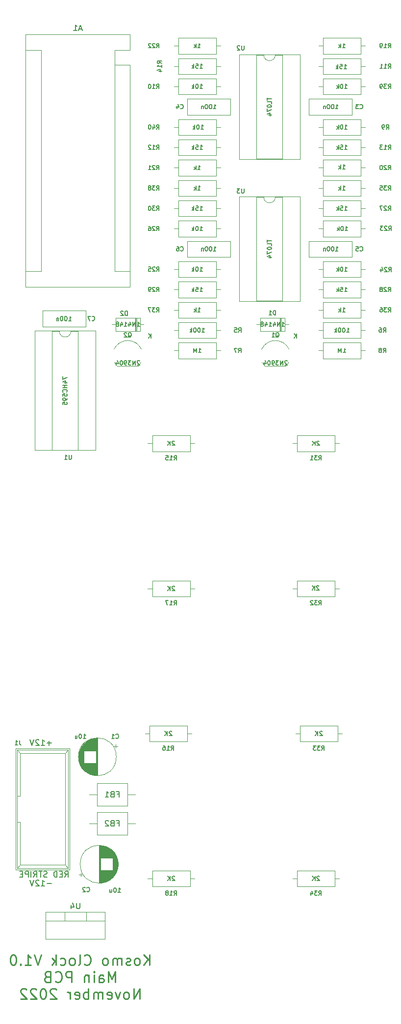
<source format=gbo>
G04 #@! TF.GenerationSoftware,KiCad,Pcbnew,(6.0.5)*
G04 #@! TF.CreationDate,2022-11-21T20:26:23-06:00*
G04 #@! TF.ProjectId,KosmoClockMain,4b6f736d-6f43-46c6-9f63-6b4d61696e2e,rev?*
G04 #@! TF.SameCoordinates,Original*
G04 #@! TF.FileFunction,Legend,Bot*
G04 #@! TF.FilePolarity,Positive*
%FSLAX46Y46*%
G04 Gerber Fmt 4.6, Leading zero omitted, Abs format (unit mm)*
G04 Created by KiCad (PCBNEW (6.0.5)) date 2022-11-21 20:26:23*
%MOMM*%
%LPD*%
G01*
G04 APERTURE LIST*
G04 Aperture macros list*
%AMRotRect*
0 Rectangle, with rotation*
0 The origin of the aperture is its center*
0 $1 length*
0 $2 width*
0 $3 Rotation angle, in degrees counterclockwise*
0 Add horizontal line*
21,1,$1,$2,0,0,$3*%
G04 Aperture macros list end*
%ADD10C,0.250000*%
%ADD11C,0.150000*%
%ADD12C,0.120000*%
%ADD13O,4.500001X2.500000*%
%ADD14O,2.500001X4.500001*%
%ADD15RotRect,4.500001X2.500001X45.000000*%
%ADD16O,2.500000X4.500000*%
%ADD17O,4.500000X2.500000*%
%ADD18R,1.800000X1.800000*%
%ADD19C,1.800000*%
%ADD20C,3.200000*%
%ADD21R,1.700000X1.700000*%
%ADD22O,1.700000X1.700000*%
%ADD23R,1.600000X1.600000*%
%ADD24O,1.600000X1.600000*%
%ADD25R,1.500000X1.500000*%
%ADD26C,1.500000*%
%ADD27C,1.600000*%
%ADD28R,2.400000X1.600000*%
%ADD29O,2.400000X1.600000*%
%ADD30R,1.905000X2.000000*%
%ADD31O,1.905000X2.000000*%
%ADD32R,1.727200X1.727200*%
%ADD33O,1.727200X1.727200*%
G04 APERTURE END LIST*
D10*
X127800000Y-177416285D02*
X127800000Y-175616285D01*
X126771428Y-177416285D02*
X127542857Y-176387714D01*
X126771428Y-175616285D02*
X127800000Y-176644857D01*
X125742857Y-177416285D02*
X125914285Y-177330571D01*
X126000000Y-177244857D01*
X126085714Y-177073428D01*
X126085714Y-176559142D01*
X126000000Y-176387714D01*
X125914285Y-176302000D01*
X125742857Y-176216285D01*
X125485714Y-176216285D01*
X125314285Y-176302000D01*
X125228571Y-176387714D01*
X125142857Y-176559142D01*
X125142857Y-177073428D01*
X125228571Y-177244857D01*
X125314285Y-177330571D01*
X125485714Y-177416285D01*
X125742857Y-177416285D01*
X124457142Y-177330571D02*
X124285714Y-177416285D01*
X123942857Y-177416285D01*
X123771428Y-177330571D01*
X123685714Y-177159142D01*
X123685714Y-177073428D01*
X123771428Y-176902000D01*
X123942857Y-176816285D01*
X124200000Y-176816285D01*
X124371428Y-176730571D01*
X124457142Y-176559142D01*
X124457142Y-176473428D01*
X124371428Y-176302000D01*
X124200000Y-176216285D01*
X123942857Y-176216285D01*
X123771428Y-176302000D01*
X122914285Y-177416285D02*
X122914285Y-176216285D01*
X122914285Y-176387714D02*
X122828571Y-176302000D01*
X122657142Y-176216285D01*
X122400000Y-176216285D01*
X122228571Y-176302000D01*
X122142857Y-176473428D01*
X122142857Y-177416285D01*
X122142857Y-176473428D02*
X122057142Y-176302000D01*
X121885714Y-176216285D01*
X121628571Y-176216285D01*
X121457142Y-176302000D01*
X121371428Y-176473428D01*
X121371428Y-177416285D01*
X120257142Y-177416285D02*
X120428571Y-177330571D01*
X120514285Y-177244857D01*
X120600000Y-177073428D01*
X120600000Y-176559142D01*
X120514285Y-176387714D01*
X120428571Y-176302000D01*
X120257142Y-176216285D01*
X120000000Y-176216285D01*
X119828571Y-176302000D01*
X119742857Y-176387714D01*
X119657142Y-176559142D01*
X119657142Y-177073428D01*
X119742857Y-177244857D01*
X119828571Y-177330571D01*
X120000000Y-177416285D01*
X120257142Y-177416285D01*
X116485714Y-177244857D02*
X116571428Y-177330571D01*
X116828571Y-177416285D01*
X117000000Y-177416285D01*
X117257142Y-177330571D01*
X117428571Y-177159142D01*
X117514285Y-176987714D01*
X117600000Y-176644857D01*
X117600000Y-176387714D01*
X117514285Y-176044857D01*
X117428571Y-175873428D01*
X117257142Y-175702000D01*
X117000000Y-175616285D01*
X116828571Y-175616285D01*
X116571428Y-175702000D01*
X116485714Y-175787714D01*
X115457142Y-177416285D02*
X115628571Y-177330571D01*
X115714285Y-177159142D01*
X115714285Y-175616285D01*
X114514285Y-177416285D02*
X114685714Y-177330571D01*
X114771428Y-177244857D01*
X114857142Y-177073428D01*
X114857142Y-176559142D01*
X114771428Y-176387714D01*
X114685714Y-176302000D01*
X114514285Y-176216285D01*
X114257142Y-176216285D01*
X114085714Y-176302000D01*
X114000000Y-176387714D01*
X113914285Y-176559142D01*
X113914285Y-177073428D01*
X114000000Y-177244857D01*
X114085714Y-177330571D01*
X114257142Y-177416285D01*
X114514285Y-177416285D01*
X112371428Y-177330571D02*
X112542857Y-177416285D01*
X112885714Y-177416285D01*
X113057142Y-177330571D01*
X113142857Y-177244857D01*
X113228571Y-177073428D01*
X113228571Y-176559142D01*
X113142857Y-176387714D01*
X113057142Y-176302000D01*
X112885714Y-176216285D01*
X112542857Y-176216285D01*
X112371428Y-176302000D01*
X111600000Y-177416285D02*
X111600000Y-175616285D01*
X111428571Y-176730571D02*
X110914285Y-177416285D01*
X110914285Y-176216285D02*
X111600000Y-176902000D01*
X109028571Y-175616285D02*
X108428571Y-177416285D01*
X107828571Y-175616285D01*
X106285714Y-177416285D02*
X107314285Y-177416285D01*
X106800000Y-177416285D02*
X106800000Y-175616285D01*
X106971428Y-175873428D01*
X107142857Y-176044857D01*
X107314285Y-176130571D01*
X105514285Y-177244857D02*
X105428571Y-177330571D01*
X105514285Y-177416285D01*
X105600000Y-177330571D01*
X105514285Y-177244857D01*
X105514285Y-177416285D01*
X104314285Y-175616285D02*
X104142857Y-175616285D01*
X103971428Y-175702000D01*
X103885714Y-175787714D01*
X103800000Y-175959142D01*
X103714285Y-176302000D01*
X103714285Y-176730571D01*
X103800000Y-177073428D01*
X103885714Y-177244857D01*
X103971428Y-177330571D01*
X104142857Y-177416285D01*
X104314285Y-177416285D01*
X104485714Y-177330571D01*
X104571428Y-177244857D01*
X104657142Y-177073428D01*
X104742857Y-176730571D01*
X104742857Y-176302000D01*
X104657142Y-175959142D01*
X104571428Y-175787714D01*
X104485714Y-175702000D01*
X104314285Y-175616285D01*
X121842857Y-180314285D02*
X121842857Y-178514285D01*
X121242857Y-179800000D01*
X120642857Y-178514285D01*
X120642857Y-180314285D01*
X119014285Y-180314285D02*
X119014285Y-179371428D01*
X119100000Y-179200000D01*
X119271428Y-179114285D01*
X119614285Y-179114285D01*
X119785714Y-179200000D01*
X119014285Y-180228571D02*
X119185714Y-180314285D01*
X119614285Y-180314285D01*
X119785714Y-180228571D01*
X119871428Y-180057142D01*
X119871428Y-179885714D01*
X119785714Y-179714285D01*
X119614285Y-179628571D01*
X119185714Y-179628571D01*
X119014285Y-179542857D01*
X118157142Y-180314285D02*
X118157142Y-179114285D01*
X118157142Y-178514285D02*
X118242857Y-178600000D01*
X118157142Y-178685714D01*
X118071428Y-178600000D01*
X118157142Y-178514285D01*
X118157142Y-178685714D01*
X117300000Y-179114285D02*
X117300000Y-180314285D01*
X117300000Y-179285714D02*
X117214285Y-179200000D01*
X117042857Y-179114285D01*
X116785714Y-179114285D01*
X116614285Y-179200000D01*
X116528571Y-179371428D01*
X116528571Y-180314285D01*
X114300000Y-180314285D02*
X114300000Y-178514285D01*
X113614285Y-178514285D01*
X113442857Y-178600000D01*
X113357142Y-178685714D01*
X113271428Y-178857142D01*
X113271428Y-179114285D01*
X113357142Y-179285714D01*
X113442857Y-179371428D01*
X113614285Y-179457142D01*
X114300000Y-179457142D01*
X111471428Y-180142857D02*
X111557142Y-180228571D01*
X111814285Y-180314285D01*
X111985714Y-180314285D01*
X112242857Y-180228571D01*
X112414285Y-180057142D01*
X112500000Y-179885714D01*
X112585714Y-179542857D01*
X112585714Y-179285714D01*
X112500000Y-178942857D01*
X112414285Y-178771428D01*
X112242857Y-178600000D01*
X111985714Y-178514285D01*
X111814285Y-178514285D01*
X111557142Y-178600000D01*
X111471428Y-178685714D01*
X110100000Y-179371428D02*
X109842857Y-179457142D01*
X109757142Y-179542857D01*
X109671428Y-179714285D01*
X109671428Y-179971428D01*
X109757142Y-180142857D01*
X109842857Y-180228571D01*
X110014285Y-180314285D01*
X110700000Y-180314285D01*
X110700000Y-178514285D01*
X110100000Y-178514285D01*
X109928571Y-178600000D01*
X109842857Y-178685714D01*
X109757142Y-178857142D01*
X109757142Y-179028571D01*
X109842857Y-179200000D01*
X109928571Y-179285714D01*
X110100000Y-179371428D01*
X110700000Y-179371428D01*
X126042857Y-183212285D02*
X126042857Y-181412285D01*
X125014285Y-183212285D01*
X125014285Y-181412285D01*
X123900000Y-183212285D02*
X124071428Y-183126571D01*
X124157142Y-183040857D01*
X124242857Y-182869428D01*
X124242857Y-182355142D01*
X124157142Y-182183714D01*
X124071428Y-182098000D01*
X123900000Y-182012285D01*
X123642857Y-182012285D01*
X123471428Y-182098000D01*
X123385714Y-182183714D01*
X123300000Y-182355142D01*
X123300000Y-182869428D01*
X123385714Y-183040857D01*
X123471428Y-183126571D01*
X123642857Y-183212285D01*
X123900000Y-183212285D01*
X122700000Y-182012285D02*
X122271428Y-183212285D01*
X121842857Y-182012285D01*
X120471428Y-183126571D02*
X120642857Y-183212285D01*
X120985714Y-183212285D01*
X121157142Y-183126571D01*
X121242857Y-182955142D01*
X121242857Y-182269428D01*
X121157142Y-182098000D01*
X120985714Y-182012285D01*
X120642857Y-182012285D01*
X120471428Y-182098000D01*
X120385714Y-182269428D01*
X120385714Y-182440857D01*
X121242857Y-182612285D01*
X119614285Y-183212285D02*
X119614285Y-182012285D01*
X119614285Y-182183714D02*
X119528571Y-182098000D01*
X119357142Y-182012285D01*
X119100000Y-182012285D01*
X118928571Y-182098000D01*
X118842857Y-182269428D01*
X118842857Y-183212285D01*
X118842857Y-182269428D02*
X118757142Y-182098000D01*
X118585714Y-182012285D01*
X118328571Y-182012285D01*
X118157142Y-182098000D01*
X118071428Y-182269428D01*
X118071428Y-183212285D01*
X117214285Y-183212285D02*
X117214285Y-181412285D01*
X117214285Y-182098000D02*
X117042857Y-182012285D01*
X116700000Y-182012285D01*
X116528571Y-182098000D01*
X116442857Y-182183714D01*
X116357142Y-182355142D01*
X116357142Y-182869428D01*
X116442857Y-183040857D01*
X116528571Y-183126571D01*
X116700000Y-183212285D01*
X117042857Y-183212285D01*
X117214285Y-183126571D01*
X114900000Y-183126571D02*
X115071428Y-183212285D01*
X115414285Y-183212285D01*
X115585714Y-183126571D01*
X115671428Y-182955142D01*
X115671428Y-182269428D01*
X115585714Y-182098000D01*
X115414285Y-182012285D01*
X115071428Y-182012285D01*
X114900000Y-182098000D01*
X114814285Y-182269428D01*
X114814285Y-182440857D01*
X115671428Y-182612285D01*
X114042857Y-183212285D02*
X114042857Y-182012285D01*
X114042857Y-182355142D02*
X113957142Y-182183714D01*
X113871428Y-182098000D01*
X113700000Y-182012285D01*
X113528571Y-182012285D01*
X111642857Y-181583714D02*
X111557142Y-181498000D01*
X111385714Y-181412285D01*
X110957142Y-181412285D01*
X110785714Y-181498000D01*
X110700000Y-181583714D01*
X110614285Y-181755142D01*
X110614285Y-181926571D01*
X110700000Y-182183714D01*
X111728571Y-183212285D01*
X110614285Y-183212285D01*
X109500000Y-181412285D02*
X109328571Y-181412285D01*
X109157142Y-181498000D01*
X109071428Y-181583714D01*
X108985714Y-181755142D01*
X108900000Y-182098000D01*
X108900000Y-182526571D01*
X108985714Y-182869428D01*
X109071428Y-183040857D01*
X109157142Y-183126571D01*
X109328571Y-183212285D01*
X109500000Y-183212285D01*
X109671428Y-183126571D01*
X109757142Y-183040857D01*
X109842857Y-182869428D01*
X109928571Y-182526571D01*
X109928571Y-182098000D01*
X109842857Y-181755142D01*
X109757142Y-181583714D01*
X109671428Y-181498000D01*
X109500000Y-181412285D01*
X108214285Y-181583714D02*
X108128571Y-181498000D01*
X107957142Y-181412285D01*
X107528571Y-181412285D01*
X107357142Y-181498000D01*
X107271428Y-181583714D01*
X107185714Y-181755142D01*
X107185714Y-181926571D01*
X107271428Y-182183714D01*
X108300000Y-183212285D01*
X107185714Y-183212285D01*
X106500000Y-181583714D02*
X106414285Y-181498000D01*
X106242857Y-181412285D01*
X105814285Y-181412285D01*
X105642857Y-181498000D01*
X105557142Y-181583714D01*
X105471428Y-181755142D01*
X105471428Y-181926571D01*
X105557142Y-182183714D01*
X106585714Y-183212285D01*
X105471428Y-183212285D01*
D11*
X123918571Y-65434285D02*
X123918571Y-64684285D01*
X123740000Y-64684285D01*
X123632857Y-64720000D01*
X123561428Y-64791428D01*
X123525714Y-64862857D01*
X123490000Y-65005714D01*
X123490000Y-65112857D01*
X123525714Y-65255714D01*
X123561428Y-65327142D01*
X123632857Y-65398571D01*
X123740000Y-65434285D01*
X123918571Y-65434285D01*
X123204285Y-64755714D02*
X123168571Y-64720000D01*
X123097142Y-64684285D01*
X122918571Y-64684285D01*
X122847142Y-64720000D01*
X122811428Y-64755714D01*
X122775714Y-64827142D01*
X122775714Y-64898571D01*
X122811428Y-65005714D01*
X123240000Y-65434285D01*
X122775714Y-65434285D01*
X128006428Y-69339285D02*
X128006428Y-68589285D01*
X127577857Y-69339285D02*
X127899285Y-68910714D01*
X127577857Y-68589285D02*
X128006428Y-69017857D01*
X125607142Y-67339285D02*
X126035714Y-67339285D01*
X125821428Y-67339285D02*
X125821428Y-66589285D01*
X125892857Y-66696428D01*
X125964285Y-66767857D01*
X126035714Y-66803571D01*
X125285714Y-67339285D02*
X125285714Y-66589285D01*
X124857142Y-67339285D01*
X124857142Y-66589285D01*
X124178571Y-66839285D02*
X124178571Y-67339285D01*
X124357142Y-66553571D02*
X124535714Y-67089285D01*
X124071428Y-67089285D01*
X123392857Y-67339285D02*
X123821428Y-67339285D01*
X123607142Y-67339285D02*
X123607142Y-66589285D01*
X123678571Y-66696428D01*
X123750000Y-66767857D01*
X123821428Y-66803571D01*
X122750000Y-66839285D02*
X122750000Y-67339285D01*
X122928571Y-66553571D02*
X123107142Y-67089285D01*
X122642857Y-67089285D01*
X122250000Y-66910714D02*
X122321428Y-66875000D01*
X122357142Y-66839285D01*
X122392857Y-66767857D01*
X122392857Y-66732142D01*
X122357142Y-66660714D01*
X122321428Y-66625000D01*
X122250000Y-66589285D01*
X122107142Y-66589285D01*
X122035714Y-66625000D01*
X122000000Y-66660714D01*
X121964285Y-66732142D01*
X121964285Y-66767857D01*
X122000000Y-66839285D01*
X122035714Y-66875000D01*
X122107142Y-66910714D01*
X122250000Y-66910714D01*
X122321428Y-66946428D01*
X122357142Y-66982142D01*
X122392857Y-67053571D01*
X122392857Y-67196428D01*
X122357142Y-67267857D01*
X122321428Y-67303571D01*
X122250000Y-67339285D01*
X122107142Y-67339285D01*
X122035714Y-67303571D01*
X122000000Y-67267857D01*
X121964285Y-67196428D01*
X121964285Y-67053571D01*
X122000000Y-66982142D01*
X122035714Y-66946428D01*
X122107142Y-66910714D01*
X149571428Y-69210714D02*
X149642857Y-69175000D01*
X149714285Y-69103571D01*
X149821428Y-68996428D01*
X149892857Y-68960714D01*
X149964285Y-68960714D01*
X149928571Y-69139285D02*
X150000000Y-69103571D01*
X150071428Y-69032142D01*
X150107142Y-68889285D01*
X150107142Y-68639285D01*
X150071428Y-68496428D01*
X150000000Y-68425000D01*
X149928571Y-68389285D01*
X149785714Y-68389285D01*
X149714285Y-68425000D01*
X149642857Y-68496428D01*
X149607142Y-68639285D01*
X149607142Y-68889285D01*
X149642857Y-69032142D01*
X149714285Y-69103571D01*
X149785714Y-69139285D01*
X149928571Y-69139285D01*
X148892857Y-69139285D02*
X149321428Y-69139285D01*
X149107142Y-69139285D02*
X149107142Y-68389285D01*
X149178571Y-68496428D01*
X149250000Y-68567857D01*
X149321428Y-68603571D01*
X151535714Y-73290714D02*
X151500000Y-73255000D01*
X151428571Y-73219285D01*
X151250000Y-73219285D01*
X151178571Y-73255000D01*
X151142857Y-73290714D01*
X151107142Y-73362142D01*
X151107142Y-73433571D01*
X151142857Y-73540714D01*
X151571428Y-73969285D01*
X151107142Y-73969285D01*
X150785714Y-73969285D02*
X150785714Y-73219285D01*
X150357142Y-73969285D01*
X150357142Y-73219285D01*
X150071428Y-73219285D02*
X149607142Y-73219285D01*
X149857142Y-73505000D01*
X149750000Y-73505000D01*
X149678571Y-73540714D01*
X149642857Y-73576428D01*
X149607142Y-73647857D01*
X149607142Y-73826428D01*
X149642857Y-73897857D01*
X149678571Y-73933571D01*
X149750000Y-73969285D01*
X149964285Y-73969285D01*
X150035714Y-73933571D01*
X150071428Y-73897857D01*
X149250000Y-73969285D02*
X149107142Y-73969285D01*
X149035714Y-73933571D01*
X149000000Y-73897857D01*
X148928571Y-73790714D01*
X148892857Y-73647857D01*
X148892857Y-73362142D01*
X148928571Y-73290714D01*
X148964285Y-73255000D01*
X149035714Y-73219285D01*
X149178571Y-73219285D01*
X149250000Y-73255000D01*
X149285714Y-73290714D01*
X149321428Y-73362142D01*
X149321428Y-73540714D01*
X149285714Y-73612142D01*
X149250000Y-73647857D01*
X149178571Y-73683571D01*
X149035714Y-73683571D01*
X148964285Y-73647857D01*
X148928571Y-73612142D01*
X148892857Y-73540714D01*
X148428571Y-73219285D02*
X148357142Y-73219285D01*
X148285714Y-73255000D01*
X148250000Y-73290714D01*
X148214285Y-73362142D01*
X148178571Y-73505000D01*
X148178571Y-73683571D01*
X148214285Y-73826428D01*
X148250000Y-73897857D01*
X148285714Y-73933571D01*
X148357142Y-73969285D01*
X148428571Y-73969285D01*
X148500000Y-73933571D01*
X148535714Y-73897857D01*
X148571428Y-73826428D01*
X148607142Y-73683571D01*
X148607142Y-73505000D01*
X148571428Y-73362142D01*
X148535714Y-73290714D01*
X148500000Y-73255000D01*
X148428571Y-73219285D01*
X147535714Y-73469285D02*
X147535714Y-73969285D01*
X147714285Y-73183571D02*
X147892857Y-73719285D01*
X147428571Y-73719285D01*
X149553571Y-65339285D02*
X149553571Y-64589285D01*
X149375000Y-64589285D01*
X149267857Y-64625000D01*
X149196428Y-64696428D01*
X149160714Y-64767857D01*
X149125000Y-64910714D01*
X149125000Y-65017857D01*
X149160714Y-65160714D01*
X149196428Y-65232142D01*
X149267857Y-65303571D01*
X149375000Y-65339285D01*
X149553571Y-65339285D01*
X148410714Y-65339285D02*
X148839285Y-65339285D01*
X148625000Y-65339285D02*
X148625000Y-64589285D01*
X148696428Y-64696428D01*
X148767857Y-64767857D01*
X148839285Y-64803571D01*
X150607142Y-67339285D02*
X151035714Y-67339285D01*
X150821428Y-67339285D02*
X150821428Y-66589285D01*
X150892857Y-66696428D01*
X150964285Y-66767857D01*
X151035714Y-66803571D01*
X150285714Y-67339285D02*
X150285714Y-66589285D01*
X149857142Y-67339285D01*
X149857142Y-66589285D01*
X149178571Y-66839285D02*
X149178571Y-67339285D01*
X149357142Y-66553571D02*
X149535714Y-67089285D01*
X149071428Y-67089285D01*
X148392857Y-67339285D02*
X148821428Y-67339285D01*
X148607142Y-67339285D02*
X148607142Y-66589285D01*
X148678571Y-66696428D01*
X148750000Y-66767857D01*
X148821428Y-66803571D01*
X147750000Y-66839285D02*
X147750000Y-67339285D01*
X147928571Y-66553571D02*
X148107142Y-67089285D01*
X147642857Y-67089285D01*
X147250000Y-66910714D02*
X147321428Y-66875000D01*
X147357142Y-66839285D01*
X147392857Y-66767857D01*
X147392857Y-66732142D01*
X147357142Y-66660714D01*
X147321428Y-66625000D01*
X147250000Y-66589285D01*
X147107142Y-66589285D01*
X147035714Y-66625000D01*
X147000000Y-66660714D01*
X146964285Y-66732142D01*
X146964285Y-66767857D01*
X147000000Y-66839285D01*
X147035714Y-66875000D01*
X147107142Y-66910714D01*
X147250000Y-66910714D01*
X147321428Y-66946428D01*
X147357142Y-66982142D01*
X147392857Y-67053571D01*
X147392857Y-67196428D01*
X147357142Y-67267857D01*
X147321428Y-67303571D01*
X147250000Y-67339285D01*
X147107142Y-67339285D01*
X147035714Y-67303571D01*
X147000000Y-67267857D01*
X146964285Y-67196428D01*
X146964285Y-67053571D01*
X147000000Y-66982142D01*
X147035714Y-66946428D01*
X147107142Y-66910714D01*
X153196428Y-69339285D02*
X153196428Y-68589285D01*
X152767857Y-69339285D02*
X153089285Y-68910714D01*
X152767857Y-68589285D02*
X153196428Y-69017857D01*
X128982142Y-26339285D02*
X129232142Y-25982142D01*
X129410714Y-26339285D02*
X129410714Y-25589285D01*
X129125000Y-25589285D01*
X129053571Y-25625000D01*
X129017857Y-25660714D01*
X128982142Y-25732142D01*
X128982142Y-25839285D01*
X129017857Y-25910714D01*
X129053571Y-25946428D01*
X129125000Y-25982142D01*
X129410714Y-25982142D01*
X128267857Y-26339285D02*
X128696428Y-26339285D01*
X128482142Y-26339285D02*
X128482142Y-25589285D01*
X128553571Y-25696428D01*
X128625000Y-25767857D01*
X128696428Y-25803571D01*
X127803571Y-25589285D02*
X127732142Y-25589285D01*
X127660714Y-25625000D01*
X127625000Y-25660714D01*
X127589285Y-25732142D01*
X127553571Y-25875000D01*
X127553571Y-26053571D01*
X127589285Y-26196428D01*
X127625000Y-26267857D01*
X127660714Y-26303571D01*
X127732142Y-26339285D01*
X127803571Y-26339285D01*
X127875000Y-26303571D01*
X127910714Y-26267857D01*
X127946428Y-26196428D01*
X127982142Y-26053571D01*
X127982142Y-25875000D01*
X127946428Y-25732142D01*
X127910714Y-25660714D01*
X127875000Y-25625000D01*
X127803571Y-25589285D01*
X136446428Y-26339285D02*
X136875000Y-26339285D01*
X136660714Y-26339285D02*
X136660714Y-25589285D01*
X136732142Y-25696428D01*
X136803571Y-25767857D01*
X136875000Y-25803571D01*
X135982142Y-25589285D02*
X135910714Y-25589285D01*
X135839285Y-25625000D01*
X135803571Y-25660714D01*
X135767857Y-25732142D01*
X135732142Y-25875000D01*
X135732142Y-26053571D01*
X135767857Y-26196428D01*
X135803571Y-26267857D01*
X135839285Y-26303571D01*
X135910714Y-26339285D01*
X135982142Y-26339285D01*
X136053571Y-26303571D01*
X136089285Y-26267857D01*
X136125000Y-26196428D01*
X136160714Y-26053571D01*
X136160714Y-25875000D01*
X136125000Y-25732142D01*
X136089285Y-25660714D01*
X136053571Y-25625000D01*
X135982142Y-25589285D01*
X135410714Y-26339285D02*
X135410714Y-25589285D01*
X135339285Y-26053571D02*
X135125000Y-26339285D01*
X135125000Y-25839285D02*
X135410714Y-26125000D01*
X143125000Y-71839285D02*
X143375000Y-71482142D01*
X143553571Y-71839285D02*
X143553571Y-71089285D01*
X143267857Y-71089285D01*
X143196428Y-71125000D01*
X143160714Y-71160714D01*
X143125000Y-71232142D01*
X143125000Y-71339285D01*
X143160714Y-71410714D01*
X143196428Y-71446428D01*
X143267857Y-71482142D01*
X143553571Y-71482142D01*
X142875000Y-71089285D02*
X142375000Y-71089285D01*
X142696428Y-71839285D01*
X136214285Y-71839285D02*
X136642857Y-71839285D01*
X136428571Y-71839285D02*
X136428571Y-71089285D01*
X136500000Y-71196428D01*
X136571428Y-71267857D01*
X136642857Y-71303571D01*
X135892857Y-71839285D02*
X135892857Y-71089285D01*
X135642857Y-71625000D01*
X135392857Y-71089285D01*
X135392857Y-71839285D01*
X128982142Y-64839285D02*
X129232142Y-64482142D01*
X129410714Y-64839285D02*
X129410714Y-64089285D01*
X129125000Y-64089285D01*
X129053571Y-64125000D01*
X129017857Y-64160714D01*
X128982142Y-64232142D01*
X128982142Y-64339285D01*
X129017857Y-64410714D01*
X129053571Y-64446428D01*
X129125000Y-64482142D01*
X129410714Y-64482142D01*
X128732142Y-64089285D02*
X128267857Y-64089285D01*
X128517857Y-64375000D01*
X128410714Y-64375000D01*
X128339285Y-64410714D01*
X128303571Y-64446428D01*
X128267857Y-64517857D01*
X128267857Y-64696428D01*
X128303571Y-64767857D01*
X128339285Y-64803571D01*
X128410714Y-64839285D01*
X128625000Y-64839285D01*
X128696428Y-64803571D01*
X128732142Y-64767857D01*
X128017857Y-64089285D02*
X127517857Y-64089285D01*
X127839285Y-64839285D01*
X136089285Y-64839285D02*
X136517857Y-64839285D01*
X136303571Y-64839285D02*
X136303571Y-64089285D01*
X136375000Y-64196428D01*
X136446428Y-64267857D01*
X136517857Y-64303571D01*
X135767857Y-64839285D02*
X135767857Y-64089285D01*
X135696428Y-64553571D02*
X135482142Y-64839285D01*
X135482142Y-64339285D02*
X135767857Y-64625000D01*
X168625000Y-33339285D02*
X168875000Y-32982142D01*
X169053571Y-33339285D02*
X169053571Y-32589285D01*
X168767857Y-32589285D01*
X168696428Y-32625000D01*
X168660714Y-32660714D01*
X168625000Y-32732142D01*
X168625000Y-32839285D01*
X168660714Y-32910714D01*
X168696428Y-32946428D01*
X168767857Y-32982142D01*
X169053571Y-32982142D01*
X168267857Y-33339285D02*
X168125000Y-33339285D01*
X168053571Y-33303571D01*
X168017857Y-33267857D01*
X167946428Y-33160714D01*
X167910714Y-33017857D01*
X167910714Y-32732142D01*
X167946428Y-32660714D01*
X167982142Y-32625000D01*
X168053571Y-32589285D01*
X168196428Y-32589285D01*
X168267857Y-32625000D01*
X168303571Y-32660714D01*
X168339285Y-32732142D01*
X168339285Y-32910714D01*
X168303571Y-32982142D01*
X168267857Y-33017857D01*
X168196428Y-33053571D01*
X168053571Y-33053571D01*
X167982142Y-33017857D01*
X167946428Y-32982142D01*
X167910714Y-32910714D01*
X161446428Y-33339285D02*
X161875000Y-33339285D01*
X161660714Y-33339285D02*
X161660714Y-32589285D01*
X161732142Y-32696428D01*
X161803571Y-32767857D01*
X161875000Y-32803571D01*
X160982142Y-32589285D02*
X160910714Y-32589285D01*
X160839285Y-32625000D01*
X160803571Y-32660714D01*
X160767857Y-32732142D01*
X160732142Y-32875000D01*
X160732142Y-33053571D01*
X160767857Y-33196428D01*
X160803571Y-33267857D01*
X160839285Y-33303571D01*
X160910714Y-33339285D01*
X160982142Y-33339285D01*
X161053571Y-33303571D01*
X161089285Y-33267857D01*
X161125000Y-33196428D01*
X161160714Y-33053571D01*
X161160714Y-32875000D01*
X161125000Y-32732142D01*
X161089285Y-32660714D01*
X161053571Y-32625000D01*
X160982142Y-32589285D01*
X160410714Y-33339285D02*
X160410714Y-32589285D01*
X160339285Y-33053571D02*
X160125000Y-33339285D01*
X160125000Y-32839285D02*
X160410714Y-33125000D01*
X121942620Y-138267857D02*
X121978334Y-138303571D01*
X122085477Y-138339285D01*
X122156905Y-138339285D01*
X122264048Y-138303571D01*
X122335477Y-138232142D01*
X122371191Y-138160714D01*
X122406905Y-138017857D01*
X122406905Y-137910714D01*
X122371191Y-137767857D01*
X122335477Y-137696428D01*
X122264048Y-137625000D01*
X122156905Y-137589285D01*
X122085477Y-137589285D01*
X121978334Y-137625000D01*
X121942620Y-137660714D01*
X121228334Y-138339285D02*
X121656905Y-138339285D01*
X121442620Y-138339285D02*
X121442620Y-137589285D01*
X121514048Y-137696428D01*
X121585477Y-137767857D01*
X121656905Y-137803571D01*
X116299762Y-138339285D02*
X116728334Y-138339285D01*
X116514048Y-138339285D02*
X116514048Y-137589285D01*
X116585477Y-137696428D01*
X116656905Y-137767857D01*
X116728334Y-137803571D01*
X115835477Y-137589285D02*
X115764048Y-137589285D01*
X115692620Y-137625000D01*
X115656905Y-137660714D01*
X115621191Y-137732142D01*
X115585477Y-137875000D01*
X115585477Y-138053571D01*
X115621191Y-138196428D01*
X115656905Y-138267857D01*
X115692620Y-138303571D01*
X115764048Y-138339285D01*
X115835477Y-138339285D01*
X115906905Y-138303571D01*
X115942620Y-138267857D01*
X115978334Y-138196428D01*
X116014048Y-138053571D01*
X116014048Y-137875000D01*
X115978334Y-137732142D01*
X115942620Y-137660714D01*
X115906905Y-137625000D01*
X115835477Y-137589285D01*
X114942620Y-137839285D02*
X114942620Y-138339285D01*
X115264048Y-137839285D02*
X115264048Y-138232142D01*
X115228334Y-138303571D01*
X115156905Y-138339285D01*
X115049762Y-138339285D01*
X114978334Y-138303571D01*
X114942620Y-138267857D01*
X131982142Y-115339285D02*
X132232142Y-114982142D01*
X132410714Y-115339285D02*
X132410714Y-114589285D01*
X132125000Y-114589285D01*
X132053571Y-114625000D01*
X132017857Y-114660714D01*
X131982142Y-114732142D01*
X131982142Y-114839285D01*
X132017857Y-114910714D01*
X132053571Y-114946428D01*
X132125000Y-114982142D01*
X132410714Y-114982142D01*
X131267857Y-115339285D02*
X131696428Y-115339285D01*
X131482142Y-115339285D02*
X131482142Y-114589285D01*
X131553571Y-114696428D01*
X131625000Y-114767857D01*
X131696428Y-114803571D01*
X131017857Y-114589285D02*
X130517857Y-114589285D01*
X130839285Y-115339285D01*
X132089285Y-112160714D02*
X132053571Y-112125000D01*
X131982142Y-112089285D01*
X131803571Y-112089285D01*
X131732142Y-112125000D01*
X131696428Y-112160714D01*
X131660714Y-112232142D01*
X131660714Y-112303571D01*
X131696428Y-112410714D01*
X132125000Y-112839285D01*
X131660714Y-112839285D01*
X131339285Y-112839285D02*
X131339285Y-112089285D01*
X130910714Y-112839285D02*
X131232142Y-112410714D01*
X130910714Y-112089285D02*
X131339285Y-112517857D01*
X128982142Y-57839285D02*
X129232142Y-57482142D01*
X129410714Y-57839285D02*
X129410714Y-57089285D01*
X129125000Y-57089285D01*
X129053571Y-57125000D01*
X129017857Y-57160714D01*
X128982142Y-57232142D01*
X128982142Y-57339285D01*
X129017857Y-57410714D01*
X129053571Y-57446428D01*
X129125000Y-57482142D01*
X129410714Y-57482142D01*
X128696428Y-57160714D02*
X128660714Y-57125000D01*
X128589285Y-57089285D01*
X128410714Y-57089285D01*
X128339285Y-57125000D01*
X128303571Y-57160714D01*
X128267857Y-57232142D01*
X128267857Y-57303571D01*
X128303571Y-57410714D01*
X128732142Y-57839285D01*
X128267857Y-57839285D01*
X127589285Y-57089285D02*
X127946428Y-57089285D01*
X127982142Y-57446428D01*
X127946428Y-57410714D01*
X127875000Y-57375000D01*
X127696428Y-57375000D01*
X127625000Y-57410714D01*
X127589285Y-57446428D01*
X127553571Y-57517857D01*
X127553571Y-57696428D01*
X127589285Y-57767857D01*
X127625000Y-57803571D01*
X127696428Y-57839285D01*
X127875000Y-57839285D01*
X127946428Y-57803571D01*
X127982142Y-57767857D01*
X136446428Y-57839285D02*
X136875000Y-57839285D01*
X136660714Y-57839285D02*
X136660714Y-57089285D01*
X136732142Y-57196428D01*
X136803571Y-57267857D01*
X136875000Y-57303571D01*
X135982142Y-57089285D02*
X135910714Y-57089285D01*
X135839285Y-57125000D01*
X135803571Y-57160714D01*
X135767857Y-57232142D01*
X135732142Y-57375000D01*
X135732142Y-57553571D01*
X135767857Y-57696428D01*
X135803571Y-57767857D01*
X135839285Y-57803571D01*
X135910714Y-57839285D01*
X135982142Y-57839285D01*
X136053571Y-57803571D01*
X136089285Y-57767857D01*
X136125000Y-57696428D01*
X136160714Y-57553571D01*
X136160714Y-57375000D01*
X136125000Y-57232142D01*
X136089285Y-57160714D01*
X136053571Y-57125000D01*
X135982142Y-57089285D01*
X135410714Y-57839285D02*
X135410714Y-57089285D01*
X135339285Y-57553571D02*
X135125000Y-57839285D01*
X135125000Y-57339285D02*
X135410714Y-57625000D01*
X122150933Y-147928571D02*
X122484266Y-147928571D01*
X122484266Y-148452380D02*
X122484266Y-147452380D01*
X122008076Y-147452380D01*
X121293790Y-147928571D02*
X121150933Y-147976190D01*
X121103314Y-148023809D01*
X121055695Y-148119047D01*
X121055695Y-148261904D01*
X121103314Y-148357142D01*
X121150933Y-148404761D01*
X121246171Y-148452380D01*
X121627123Y-148452380D01*
X121627123Y-147452380D01*
X121293790Y-147452380D01*
X121198552Y-147500000D01*
X121150933Y-147547619D01*
X121103314Y-147642857D01*
X121103314Y-147738095D01*
X121150933Y-147833333D01*
X121198552Y-147880952D01*
X121293790Y-147928571D01*
X121627123Y-147928571D01*
X120103314Y-148452380D02*
X120674742Y-148452380D01*
X120389028Y-148452380D02*
X120389028Y-147452380D01*
X120484266Y-147595238D01*
X120579504Y-147690476D01*
X120674742Y-147738095D01*
X114271428Y-89489285D02*
X114271428Y-90096428D01*
X114235714Y-90167857D01*
X114200000Y-90203571D01*
X114128571Y-90239285D01*
X113985714Y-90239285D01*
X113914285Y-90203571D01*
X113878571Y-90167857D01*
X113842857Y-90096428D01*
X113842857Y-89489285D01*
X113092857Y-90239285D02*
X113521428Y-90239285D01*
X113307142Y-90239285D02*
X113307142Y-89489285D01*
X113378571Y-89596428D01*
X113450000Y-89667857D01*
X113521428Y-89703571D01*
X112779285Y-75943571D02*
X112779285Y-76443571D01*
X113529285Y-76122142D01*
X113029285Y-77050714D02*
X113529285Y-77050714D01*
X112743571Y-76872142D02*
X113279285Y-76693571D01*
X113279285Y-77157857D01*
X113529285Y-77443571D02*
X112779285Y-77443571D01*
X113136428Y-77443571D02*
X113136428Y-77872142D01*
X113529285Y-77872142D02*
X112779285Y-77872142D01*
X113457857Y-78657857D02*
X113493571Y-78622142D01*
X113529285Y-78515000D01*
X113529285Y-78443571D01*
X113493571Y-78336428D01*
X113422142Y-78265000D01*
X113350714Y-78229285D01*
X113207857Y-78193571D01*
X113100714Y-78193571D01*
X112957857Y-78229285D01*
X112886428Y-78265000D01*
X112815000Y-78336428D01*
X112779285Y-78443571D01*
X112779285Y-78515000D01*
X112815000Y-78622142D01*
X112850714Y-78657857D01*
X112779285Y-79336428D02*
X112779285Y-78979285D01*
X113136428Y-78943571D01*
X113100714Y-78979285D01*
X113065000Y-79050714D01*
X113065000Y-79229285D01*
X113100714Y-79300714D01*
X113136428Y-79336428D01*
X113207857Y-79372142D01*
X113386428Y-79372142D01*
X113457857Y-79336428D01*
X113493571Y-79300714D01*
X113529285Y-79229285D01*
X113529285Y-79050714D01*
X113493571Y-78979285D01*
X113457857Y-78943571D01*
X113529285Y-79729285D02*
X113529285Y-79872142D01*
X113493571Y-79943571D01*
X113457857Y-79979285D01*
X113350714Y-80050714D01*
X113207857Y-80086428D01*
X112922142Y-80086428D01*
X112850714Y-80050714D01*
X112815000Y-80015000D01*
X112779285Y-79943571D01*
X112779285Y-79800714D01*
X112815000Y-79729285D01*
X112850714Y-79693571D01*
X112922142Y-79657857D01*
X113100714Y-79657857D01*
X113172142Y-79693571D01*
X113207857Y-79729285D01*
X113243571Y-79800714D01*
X113243571Y-79943571D01*
X113207857Y-80015000D01*
X113172142Y-80050714D01*
X113100714Y-80086428D01*
X112779285Y-80765000D02*
X112779285Y-80407857D01*
X113136428Y-80372142D01*
X113100714Y-80407857D01*
X113065000Y-80479285D01*
X113065000Y-80657857D01*
X113100714Y-80729285D01*
X113136428Y-80765000D01*
X113207857Y-80800714D01*
X113386428Y-80800714D01*
X113457857Y-80765000D01*
X113493571Y-80729285D01*
X113529285Y-80657857D01*
X113529285Y-80479285D01*
X113493571Y-80407857D01*
X113457857Y-80372142D01*
X168982142Y-61339285D02*
X169232142Y-60982142D01*
X169410714Y-61339285D02*
X169410714Y-60589285D01*
X169125000Y-60589285D01*
X169053571Y-60625000D01*
X169017857Y-60660714D01*
X168982142Y-60732142D01*
X168982142Y-60839285D01*
X169017857Y-60910714D01*
X169053571Y-60946428D01*
X169125000Y-60982142D01*
X169410714Y-60982142D01*
X168696428Y-60660714D02*
X168660714Y-60625000D01*
X168589285Y-60589285D01*
X168410714Y-60589285D01*
X168339285Y-60625000D01*
X168303571Y-60660714D01*
X168267857Y-60732142D01*
X168267857Y-60803571D01*
X168303571Y-60910714D01*
X168732142Y-61339285D01*
X168267857Y-61339285D01*
X167839285Y-60910714D02*
X167910714Y-60875000D01*
X167946428Y-60839285D01*
X167982142Y-60767857D01*
X167982142Y-60732142D01*
X167946428Y-60660714D01*
X167910714Y-60625000D01*
X167839285Y-60589285D01*
X167696428Y-60589285D01*
X167625000Y-60625000D01*
X167589285Y-60660714D01*
X167553571Y-60732142D01*
X167553571Y-60767857D01*
X167589285Y-60839285D01*
X167625000Y-60875000D01*
X167696428Y-60910714D01*
X167839285Y-60910714D01*
X167910714Y-60946428D01*
X167946428Y-60982142D01*
X167982142Y-61053571D01*
X167982142Y-61196428D01*
X167946428Y-61267857D01*
X167910714Y-61303571D01*
X167839285Y-61339285D01*
X167696428Y-61339285D01*
X167625000Y-61303571D01*
X167589285Y-61267857D01*
X167553571Y-61196428D01*
X167553571Y-61053571D01*
X167589285Y-60982142D01*
X167625000Y-60946428D01*
X167696428Y-60910714D01*
X161446428Y-61339285D02*
X161875000Y-61339285D01*
X161660714Y-61339285D02*
X161660714Y-60589285D01*
X161732142Y-60696428D01*
X161803571Y-60767857D01*
X161875000Y-60803571D01*
X160767857Y-60589285D02*
X161125000Y-60589285D01*
X161160714Y-60946428D01*
X161125000Y-60910714D01*
X161053571Y-60875000D01*
X160875000Y-60875000D01*
X160803571Y-60910714D01*
X160767857Y-60946428D01*
X160732142Y-61017857D01*
X160732142Y-61196428D01*
X160767857Y-61267857D01*
X160803571Y-61303571D01*
X160875000Y-61339285D01*
X161053571Y-61339285D01*
X161125000Y-61303571D01*
X161160714Y-61267857D01*
X160410714Y-61339285D02*
X160410714Y-60589285D01*
X160339285Y-61053571D02*
X160125000Y-61339285D01*
X160125000Y-60839285D02*
X160410714Y-61125000D01*
X131982142Y-165339285D02*
X132232142Y-164982142D01*
X132410714Y-165339285D02*
X132410714Y-164589285D01*
X132125000Y-164589285D01*
X132053571Y-164625000D01*
X132017857Y-164660714D01*
X131982142Y-164732142D01*
X131982142Y-164839285D01*
X132017857Y-164910714D01*
X132053571Y-164946428D01*
X132125000Y-164982142D01*
X132410714Y-164982142D01*
X131267857Y-165339285D02*
X131696428Y-165339285D01*
X131482142Y-165339285D02*
X131482142Y-164589285D01*
X131553571Y-164696428D01*
X131625000Y-164767857D01*
X131696428Y-164803571D01*
X130839285Y-164910714D02*
X130910714Y-164875000D01*
X130946428Y-164839285D01*
X130982142Y-164767857D01*
X130982142Y-164732142D01*
X130946428Y-164660714D01*
X130910714Y-164625000D01*
X130839285Y-164589285D01*
X130696428Y-164589285D01*
X130625000Y-164625000D01*
X130589285Y-164660714D01*
X130553571Y-164732142D01*
X130553571Y-164767857D01*
X130589285Y-164839285D01*
X130625000Y-164875000D01*
X130696428Y-164910714D01*
X130839285Y-164910714D01*
X130910714Y-164946428D01*
X130946428Y-164982142D01*
X130982142Y-165053571D01*
X130982142Y-165196428D01*
X130946428Y-165267857D01*
X130910714Y-165303571D01*
X130839285Y-165339285D01*
X130696428Y-165339285D01*
X130625000Y-165303571D01*
X130589285Y-165267857D01*
X130553571Y-165196428D01*
X130553571Y-165053571D01*
X130589285Y-164982142D01*
X130625000Y-164946428D01*
X130696428Y-164910714D01*
X132089285Y-162160714D02*
X132053571Y-162125000D01*
X131982142Y-162089285D01*
X131803571Y-162089285D01*
X131732142Y-162125000D01*
X131696428Y-162160714D01*
X131660714Y-162232142D01*
X131660714Y-162303571D01*
X131696428Y-162410714D01*
X132125000Y-162839285D01*
X131660714Y-162839285D01*
X131339285Y-162839285D02*
X131339285Y-162089285D01*
X130910714Y-162839285D02*
X131232142Y-162410714D01*
X130910714Y-162089285D02*
X131339285Y-162517857D01*
X128982142Y-33339285D02*
X129232142Y-32982142D01*
X129410714Y-33339285D02*
X129410714Y-32589285D01*
X129125000Y-32589285D01*
X129053571Y-32625000D01*
X129017857Y-32660714D01*
X128982142Y-32732142D01*
X128982142Y-32839285D01*
X129017857Y-32910714D01*
X129053571Y-32946428D01*
X129125000Y-32982142D01*
X129410714Y-32982142D01*
X128339285Y-32839285D02*
X128339285Y-33339285D01*
X128517857Y-32553571D02*
X128696428Y-33089285D01*
X128232142Y-33089285D01*
X127803571Y-32589285D02*
X127732142Y-32589285D01*
X127660714Y-32625000D01*
X127625000Y-32660714D01*
X127589285Y-32732142D01*
X127553571Y-32875000D01*
X127553571Y-33053571D01*
X127589285Y-33196428D01*
X127625000Y-33267857D01*
X127660714Y-33303571D01*
X127732142Y-33339285D01*
X127803571Y-33339285D01*
X127875000Y-33303571D01*
X127910714Y-33267857D01*
X127946428Y-33196428D01*
X127982142Y-33053571D01*
X127982142Y-32875000D01*
X127946428Y-32732142D01*
X127910714Y-32660714D01*
X127875000Y-32625000D01*
X127803571Y-32589285D01*
X136626570Y-33339285D02*
X137055142Y-33339285D01*
X136840856Y-33339285D02*
X136840856Y-32589285D01*
X136912284Y-32696428D01*
X136983713Y-32767857D01*
X137055142Y-32803571D01*
X136162284Y-32589285D02*
X136090856Y-32589285D01*
X136019427Y-32625000D01*
X135983713Y-32660714D01*
X135947999Y-32732142D01*
X135912284Y-32875000D01*
X135912284Y-33053571D01*
X135947999Y-33196428D01*
X135983713Y-33267857D01*
X136019427Y-33303571D01*
X136090856Y-33339285D01*
X136162284Y-33339285D01*
X136233713Y-33303571D01*
X136269427Y-33267857D01*
X136305142Y-33196428D01*
X136340856Y-33053571D01*
X136340856Y-32875000D01*
X136305142Y-32732142D01*
X136269427Y-32660714D01*
X136233713Y-32625000D01*
X136162284Y-32589285D01*
X135590856Y-33339285D02*
X135590856Y-32589285D01*
X135519427Y-33053571D02*
X135305142Y-33339285D01*
X135305142Y-32839285D02*
X135590856Y-33125000D01*
X115721904Y-166682380D02*
X115721904Y-167491904D01*
X115674285Y-167587142D01*
X115626666Y-167634761D01*
X115531428Y-167682380D01*
X115340952Y-167682380D01*
X115245714Y-167634761D01*
X115198095Y-167587142D01*
X115150476Y-167491904D01*
X115150476Y-166682380D01*
X114245714Y-167015714D02*
X114245714Y-167682380D01*
X114483809Y-166634761D02*
X114721904Y-167349047D01*
X114102857Y-167349047D01*
X168982142Y-26339285D02*
X169232142Y-25982142D01*
X169410714Y-26339285D02*
X169410714Y-25589285D01*
X169125000Y-25589285D01*
X169053571Y-25625000D01*
X169017857Y-25660714D01*
X168982142Y-25732142D01*
X168982142Y-25839285D01*
X169017857Y-25910714D01*
X169053571Y-25946428D01*
X169125000Y-25982142D01*
X169410714Y-25982142D01*
X168732142Y-25589285D02*
X168267857Y-25589285D01*
X168517857Y-25875000D01*
X168410714Y-25875000D01*
X168339285Y-25910714D01*
X168303571Y-25946428D01*
X168267857Y-26017857D01*
X168267857Y-26196428D01*
X168303571Y-26267857D01*
X168339285Y-26303571D01*
X168410714Y-26339285D01*
X168625000Y-26339285D01*
X168696428Y-26303571D01*
X168732142Y-26267857D01*
X167910714Y-26339285D02*
X167767857Y-26339285D01*
X167696428Y-26303571D01*
X167660714Y-26267857D01*
X167589285Y-26160714D01*
X167553571Y-26017857D01*
X167553571Y-25732142D01*
X167589285Y-25660714D01*
X167625000Y-25625000D01*
X167696428Y-25589285D01*
X167839285Y-25589285D01*
X167910714Y-25625000D01*
X167946428Y-25660714D01*
X167982142Y-25732142D01*
X167982142Y-25910714D01*
X167946428Y-25982142D01*
X167910714Y-26017857D01*
X167839285Y-26053571D01*
X167696428Y-26053571D01*
X167625000Y-26017857D01*
X167589285Y-25982142D01*
X167553571Y-25910714D01*
X161446428Y-26339285D02*
X161875000Y-26339285D01*
X161660714Y-26339285D02*
X161660714Y-25589285D01*
X161732142Y-25696428D01*
X161803571Y-25767857D01*
X161875000Y-25803571D01*
X160982142Y-25589285D02*
X160910714Y-25589285D01*
X160839285Y-25625000D01*
X160803571Y-25660714D01*
X160767857Y-25732142D01*
X160732142Y-25875000D01*
X160732142Y-26053571D01*
X160767857Y-26196428D01*
X160803571Y-26267857D01*
X160839285Y-26303571D01*
X160910714Y-26339285D01*
X160982142Y-26339285D01*
X161053571Y-26303571D01*
X161089285Y-26267857D01*
X161125000Y-26196428D01*
X161160714Y-26053571D01*
X161160714Y-25875000D01*
X161125000Y-25732142D01*
X161089285Y-25660714D01*
X161053571Y-25625000D01*
X160982142Y-25589285D01*
X160410714Y-26339285D02*
X160410714Y-25589285D01*
X160339285Y-26053571D02*
X160125000Y-26339285D01*
X160125000Y-25839285D02*
X160410714Y-26125000D01*
X156982142Y-165339285D02*
X157232142Y-164982142D01*
X157410714Y-165339285D02*
X157410714Y-164589285D01*
X157125000Y-164589285D01*
X157053571Y-164625000D01*
X157017857Y-164660714D01*
X156982142Y-164732142D01*
X156982142Y-164839285D01*
X157017857Y-164910714D01*
X157053571Y-164946428D01*
X157125000Y-164982142D01*
X157410714Y-164982142D01*
X156732142Y-164589285D02*
X156267857Y-164589285D01*
X156517857Y-164875000D01*
X156410714Y-164875000D01*
X156339285Y-164910714D01*
X156303571Y-164946428D01*
X156267857Y-165017857D01*
X156267857Y-165196428D01*
X156303571Y-165267857D01*
X156339285Y-165303571D01*
X156410714Y-165339285D01*
X156625000Y-165339285D01*
X156696428Y-165303571D01*
X156732142Y-165267857D01*
X155625000Y-164839285D02*
X155625000Y-165339285D01*
X155803571Y-164553571D02*
X155982142Y-165089285D01*
X155517857Y-165089285D01*
X157089285Y-162160714D02*
X157053571Y-162125000D01*
X156982142Y-162089285D01*
X156803571Y-162089285D01*
X156732142Y-162125000D01*
X156696428Y-162160714D01*
X156660714Y-162232142D01*
X156660714Y-162303571D01*
X156696428Y-162410714D01*
X157125000Y-162839285D01*
X156660714Y-162839285D01*
X156339285Y-162839285D02*
X156339285Y-162089285D01*
X155910714Y-162839285D02*
X156232142Y-162410714D01*
X155910714Y-162089285D02*
X156339285Y-162517857D01*
X168125000Y-71839285D02*
X168375000Y-71482142D01*
X168553571Y-71839285D02*
X168553571Y-71089285D01*
X168267857Y-71089285D01*
X168196428Y-71125000D01*
X168160714Y-71160714D01*
X168125000Y-71232142D01*
X168125000Y-71339285D01*
X168160714Y-71410714D01*
X168196428Y-71446428D01*
X168267857Y-71482142D01*
X168553571Y-71482142D01*
X167696428Y-71410714D02*
X167767857Y-71375000D01*
X167803571Y-71339285D01*
X167839285Y-71267857D01*
X167839285Y-71232142D01*
X167803571Y-71160714D01*
X167767857Y-71125000D01*
X167696428Y-71089285D01*
X167553571Y-71089285D01*
X167482142Y-71125000D01*
X167446428Y-71160714D01*
X167410714Y-71232142D01*
X167410714Y-71267857D01*
X167446428Y-71339285D01*
X167482142Y-71375000D01*
X167553571Y-71410714D01*
X167696428Y-71410714D01*
X167767857Y-71446428D01*
X167803571Y-71482142D01*
X167839285Y-71553571D01*
X167839285Y-71696428D01*
X167803571Y-71767857D01*
X167767857Y-71803571D01*
X167696428Y-71839285D01*
X167553571Y-71839285D01*
X167482142Y-71803571D01*
X167446428Y-71767857D01*
X167410714Y-71696428D01*
X167410714Y-71553571D01*
X167446428Y-71482142D01*
X167482142Y-71446428D01*
X167553571Y-71410714D01*
X161214285Y-71839285D02*
X161642857Y-71839285D01*
X161428571Y-71839285D02*
X161428571Y-71089285D01*
X161500000Y-71196428D01*
X161571428Y-71267857D01*
X161642857Y-71303571D01*
X160892857Y-71839285D02*
X160892857Y-71089285D01*
X160642857Y-71625000D01*
X160392857Y-71089285D01*
X160392857Y-71839285D01*
X131482142Y-140339285D02*
X131732142Y-139982142D01*
X131910714Y-140339285D02*
X131910714Y-139589285D01*
X131625000Y-139589285D01*
X131553571Y-139625000D01*
X131517857Y-139660714D01*
X131482142Y-139732142D01*
X131482142Y-139839285D01*
X131517857Y-139910714D01*
X131553571Y-139946428D01*
X131625000Y-139982142D01*
X131910714Y-139982142D01*
X130767857Y-140339285D02*
X131196428Y-140339285D01*
X130982142Y-140339285D02*
X130982142Y-139589285D01*
X131053571Y-139696428D01*
X131125000Y-139767857D01*
X131196428Y-139803571D01*
X130125000Y-139589285D02*
X130267857Y-139589285D01*
X130339285Y-139625000D01*
X130375000Y-139660714D01*
X130446428Y-139767857D01*
X130482142Y-139910714D01*
X130482142Y-140196428D01*
X130446428Y-140267857D01*
X130410714Y-140303571D01*
X130339285Y-140339285D01*
X130196428Y-140339285D01*
X130125000Y-140303571D01*
X130089285Y-140267857D01*
X130053571Y-140196428D01*
X130053571Y-140017857D01*
X130089285Y-139946428D01*
X130125000Y-139910714D01*
X130196428Y-139875000D01*
X130339285Y-139875000D01*
X130410714Y-139910714D01*
X130446428Y-139946428D01*
X130482142Y-140017857D01*
X131589285Y-137160714D02*
X131553571Y-137125000D01*
X131482142Y-137089285D01*
X131303571Y-137089285D01*
X131232142Y-137125000D01*
X131196428Y-137160714D01*
X131160714Y-137232142D01*
X131160714Y-137303571D01*
X131196428Y-137410714D01*
X131625000Y-137839285D01*
X131160714Y-137839285D01*
X130839285Y-137839285D02*
X130839285Y-137089285D01*
X130410714Y-137839285D02*
X130732142Y-137410714D01*
X130410714Y-137089285D02*
X130839285Y-137517857D01*
X129839285Y-22017857D02*
X129482142Y-21767857D01*
X129839285Y-21589285D02*
X129089285Y-21589285D01*
X129089285Y-21875000D01*
X129125000Y-21946428D01*
X129160714Y-21982142D01*
X129232142Y-22017857D01*
X129339285Y-22017857D01*
X129410714Y-21982142D01*
X129446428Y-21946428D01*
X129482142Y-21875000D01*
X129482142Y-21589285D01*
X129839285Y-22732142D02*
X129839285Y-22303571D01*
X129839285Y-22517857D02*
X129089285Y-22517857D01*
X129196428Y-22446428D01*
X129267857Y-22375000D01*
X129303571Y-22303571D01*
X129339285Y-23375000D02*
X129839285Y-23375000D01*
X129053571Y-23196428D02*
X129589285Y-23017857D01*
X129589285Y-23482142D01*
X136446428Y-22839285D02*
X136875000Y-22839285D01*
X136660714Y-22839285D02*
X136660714Y-22089285D01*
X136732142Y-22196428D01*
X136803571Y-22267857D01*
X136875000Y-22303571D01*
X135767857Y-22089285D02*
X136125000Y-22089285D01*
X136160714Y-22446428D01*
X136125000Y-22410714D01*
X136053571Y-22375000D01*
X135875000Y-22375000D01*
X135803571Y-22410714D01*
X135767857Y-22446428D01*
X135732142Y-22517857D01*
X135732142Y-22696428D01*
X135767857Y-22767857D01*
X135803571Y-22803571D01*
X135875000Y-22839285D01*
X136053571Y-22839285D01*
X136125000Y-22803571D01*
X136160714Y-22767857D01*
X135410714Y-22839285D02*
X135410714Y-22089285D01*
X135339285Y-22553571D02*
X135125000Y-22839285D01*
X135125000Y-22339285D02*
X135410714Y-22625000D01*
X169062142Y-57889285D02*
X169312142Y-57532142D01*
X169490714Y-57889285D02*
X169490714Y-57139285D01*
X169205000Y-57139285D01*
X169133571Y-57175000D01*
X169097857Y-57210714D01*
X169062142Y-57282142D01*
X169062142Y-57389285D01*
X169097857Y-57460714D01*
X169133571Y-57496428D01*
X169205000Y-57532142D01*
X169490714Y-57532142D01*
X168776428Y-57210714D02*
X168740714Y-57175000D01*
X168669285Y-57139285D01*
X168490714Y-57139285D01*
X168419285Y-57175000D01*
X168383571Y-57210714D01*
X168347857Y-57282142D01*
X168347857Y-57353571D01*
X168383571Y-57460714D01*
X168812142Y-57889285D01*
X168347857Y-57889285D01*
X167705000Y-57389285D02*
X167705000Y-57889285D01*
X167883571Y-57103571D02*
X168062142Y-57639285D01*
X167597857Y-57639285D01*
X161446428Y-57839285D02*
X161875000Y-57839285D01*
X161660714Y-57839285D02*
X161660714Y-57089285D01*
X161732142Y-57196428D01*
X161803571Y-57267857D01*
X161875000Y-57303571D01*
X160982142Y-57089285D02*
X160910714Y-57089285D01*
X160839285Y-57125000D01*
X160803571Y-57160714D01*
X160767857Y-57232142D01*
X160732142Y-57375000D01*
X160732142Y-57553571D01*
X160767857Y-57696428D01*
X160803571Y-57767857D01*
X160839285Y-57803571D01*
X160910714Y-57839285D01*
X160982142Y-57839285D01*
X161053571Y-57803571D01*
X161089285Y-57767857D01*
X161125000Y-57696428D01*
X161160714Y-57553571D01*
X161160714Y-57375000D01*
X161125000Y-57232142D01*
X161089285Y-57160714D01*
X161053571Y-57125000D01*
X160982142Y-57089285D01*
X160410714Y-57839285D02*
X160410714Y-57089285D01*
X160339285Y-57553571D02*
X160125000Y-57839285D01*
X160125000Y-57339285D02*
X160410714Y-57625000D01*
X122150933Y-152928571D02*
X122484266Y-152928571D01*
X122484266Y-153452380D02*
X122484266Y-152452380D01*
X122008076Y-152452380D01*
X121293790Y-152928571D02*
X121150933Y-152976190D01*
X121103314Y-153023809D01*
X121055695Y-153119047D01*
X121055695Y-153261904D01*
X121103314Y-153357142D01*
X121150933Y-153404761D01*
X121246171Y-153452380D01*
X121627123Y-153452380D01*
X121627123Y-152452380D01*
X121293790Y-152452380D01*
X121198552Y-152500000D01*
X121150933Y-152547619D01*
X121103314Y-152642857D01*
X121103314Y-152738095D01*
X121150933Y-152833333D01*
X121198552Y-152880952D01*
X121293790Y-152928571D01*
X121627123Y-152928571D01*
X120674742Y-152547619D02*
X120627123Y-152500000D01*
X120531885Y-152452380D01*
X120293790Y-152452380D01*
X120198552Y-152500000D01*
X120150933Y-152547619D01*
X120103314Y-152642857D01*
X120103314Y-152738095D01*
X120150933Y-152880952D01*
X120722361Y-153452380D01*
X120103314Y-153452380D01*
X164125000Y-54267857D02*
X164160714Y-54303571D01*
X164267857Y-54339285D01*
X164339285Y-54339285D01*
X164446428Y-54303571D01*
X164517857Y-54232142D01*
X164553571Y-54160714D01*
X164589285Y-54017857D01*
X164589285Y-53910714D01*
X164553571Y-53767857D01*
X164517857Y-53696428D01*
X164446428Y-53625000D01*
X164339285Y-53589285D01*
X164267857Y-53589285D01*
X164160714Y-53625000D01*
X164125000Y-53660714D01*
X163446428Y-53589285D02*
X163803571Y-53589285D01*
X163839285Y-53946428D01*
X163803571Y-53910714D01*
X163732142Y-53875000D01*
X163553571Y-53875000D01*
X163482142Y-53910714D01*
X163446428Y-53946428D01*
X163410714Y-54017857D01*
X163410714Y-54196428D01*
X163446428Y-54267857D01*
X163482142Y-54303571D01*
X163553571Y-54339285D01*
X163732142Y-54339285D01*
X163803571Y-54303571D01*
X163839285Y-54267857D01*
X159879285Y-54339285D02*
X160307857Y-54339285D01*
X160093571Y-54339285D02*
X160093571Y-53589285D01*
X160165000Y-53696428D01*
X160236428Y-53767857D01*
X160307857Y-53803571D01*
X159415000Y-53589285D02*
X159343571Y-53589285D01*
X159272142Y-53625000D01*
X159236428Y-53660714D01*
X159200714Y-53732142D01*
X159165000Y-53875000D01*
X159165000Y-54053571D01*
X159200714Y-54196428D01*
X159236428Y-54267857D01*
X159272142Y-54303571D01*
X159343571Y-54339285D01*
X159415000Y-54339285D01*
X159486428Y-54303571D01*
X159522142Y-54267857D01*
X159557857Y-54196428D01*
X159593571Y-54053571D01*
X159593571Y-53875000D01*
X159557857Y-53732142D01*
X159522142Y-53660714D01*
X159486428Y-53625000D01*
X159415000Y-53589285D01*
X158700714Y-53589285D02*
X158629285Y-53589285D01*
X158557857Y-53625000D01*
X158522142Y-53660714D01*
X158486428Y-53732142D01*
X158450714Y-53875000D01*
X158450714Y-54053571D01*
X158486428Y-54196428D01*
X158522142Y-54267857D01*
X158557857Y-54303571D01*
X158629285Y-54339285D01*
X158700714Y-54339285D01*
X158772142Y-54303571D01*
X158807857Y-54267857D01*
X158843571Y-54196428D01*
X158879285Y-54053571D01*
X158879285Y-53875000D01*
X158843571Y-53732142D01*
X158807857Y-53660714D01*
X158772142Y-53625000D01*
X158700714Y-53589285D01*
X158129285Y-53839285D02*
X158129285Y-54339285D01*
X158129285Y-53910714D02*
X158093571Y-53875000D01*
X158022142Y-53839285D01*
X157915000Y-53839285D01*
X157843571Y-53875000D01*
X157807857Y-53946428D01*
X157807857Y-54339285D01*
X143125000Y-68339285D02*
X143375000Y-67982142D01*
X143553571Y-68339285D02*
X143553571Y-67589285D01*
X143267857Y-67589285D01*
X143196428Y-67625000D01*
X143160714Y-67660714D01*
X143125000Y-67732142D01*
X143125000Y-67839285D01*
X143160714Y-67910714D01*
X143196428Y-67946428D01*
X143267857Y-67982142D01*
X143553571Y-67982142D01*
X142446428Y-67589285D02*
X142803571Y-67589285D01*
X142839285Y-67946428D01*
X142803571Y-67910714D01*
X142732142Y-67875000D01*
X142553571Y-67875000D01*
X142482142Y-67910714D01*
X142446428Y-67946428D01*
X142410714Y-68017857D01*
X142410714Y-68196428D01*
X142446428Y-68267857D01*
X142482142Y-68303571D01*
X142553571Y-68339285D01*
X142732142Y-68339285D01*
X142803571Y-68303571D01*
X142839285Y-68267857D01*
X136803571Y-68339285D02*
X137232142Y-68339285D01*
X137017857Y-68339285D02*
X137017857Y-67589285D01*
X137089285Y-67696428D01*
X137160714Y-67767857D01*
X137232142Y-67803571D01*
X136339285Y-67589285D02*
X136267857Y-67589285D01*
X136196428Y-67625000D01*
X136160714Y-67660714D01*
X136125000Y-67732142D01*
X136089285Y-67875000D01*
X136089285Y-68053571D01*
X136125000Y-68196428D01*
X136160714Y-68267857D01*
X136196428Y-68303571D01*
X136267857Y-68339285D01*
X136339285Y-68339285D01*
X136410714Y-68303571D01*
X136446428Y-68267857D01*
X136482142Y-68196428D01*
X136517857Y-68053571D01*
X136517857Y-67875000D01*
X136482142Y-67732142D01*
X136446428Y-67660714D01*
X136410714Y-67625000D01*
X136339285Y-67589285D01*
X135625000Y-67589285D02*
X135553571Y-67589285D01*
X135482142Y-67625000D01*
X135446428Y-67660714D01*
X135410714Y-67732142D01*
X135375000Y-67875000D01*
X135375000Y-68053571D01*
X135410714Y-68196428D01*
X135446428Y-68267857D01*
X135482142Y-68303571D01*
X135553571Y-68339285D01*
X135625000Y-68339285D01*
X135696428Y-68303571D01*
X135732142Y-68267857D01*
X135767857Y-68196428D01*
X135803571Y-68053571D01*
X135803571Y-67875000D01*
X135767857Y-67732142D01*
X135732142Y-67660714D01*
X135696428Y-67625000D01*
X135625000Y-67589285D01*
X135053571Y-68339285D02*
X135053571Y-67589285D01*
X134982142Y-68053571D02*
X134767857Y-68339285D01*
X134767857Y-67839285D02*
X135053571Y-68125000D01*
X168982142Y-64839285D02*
X169232142Y-64482142D01*
X169410714Y-64839285D02*
X169410714Y-64089285D01*
X169125000Y-64089285D01*
X169053571Y-64125000D01*
X169017857Y-64160714D01*
X168982142Y-64232142D01*
X168982142Y-64339285D01*
X169017857Y-64410714D01*
X169053571Y-64446428D01*
X169125000Y-64482142D01*
X169410714Y-64482142D01*
X168732142Y-64089285D02*
X168267857Y-64089285D01*
X168517857Y-64375000D01*
X168410714Y-64375000D01*
X168339285Y-64410714D01*
X168303571Y-64446428D01*
X168267857Y-64517857D01*
X168267857Y-64696428D01*
X168303571Y-64767857D01*
X168339285Y-64803571D01*
X168410714Y-64839285D01*
X168625000Y-64839285D01*
X168696428Y-64803571D01*
X168732142Y-64767857D01*
X167625000Y-64089285D02*
X167767857Y-64089285D01*
X167839285Y-64125000D01*
X167875000Y-64160714D01*
X167946428Y-64267857D01*
X167982142Y-64410714D01*
X167982142Y-64696428D01*
X167946428Y-64767857D01*
X167910714Y-64803571D01*
X167839285Y-64839285D01*
X167696428Y-64839285D01*
X167625000Y-64803571D01*
X167589285Y-64767857D01*
X167553571Y-64696428D01*
X167553571Y-64517857D01*
X167589285Y-64446428D01*
X167625000Y-64410714D01*
X167696428Y-64375000D01*
X167839285Y-64375000D01*
X167910714Y-64410714D01*
X167946428Y-64446428D01*
X167982142Y-64517857D01*
X161089285Y-64839285D02*
X161517857Y-64839285D01*
X161303571Y-64839285D02*
X161303571Y-64089285D01*
X161375000Y-64196428D01*
X161446428Y-64267857D01*
X161517857Y-64303571D01*
X160767857Y-64839285D02*
X160767857Y-64089285D01*
X160696428Y-64553571D02*
X160482142Y-64839285D01*
X160482142Y-64339285D02*
X160767857Y-64625000D01*
X168982142Y-40339285D02*
X169232142Y-39982142D01*
X169410714Y-40339285D02*
X169410714Y-39589285D01*
X169125000Y-39589285D01*
X169053571Y-39625000D01*
X169017857Y-39660714D01*
X168982142Y-39732142D01*
X168982142Y-39839285D01*
X169017857Y-39910714D01*
X169053571Y-39946428D01*
X169125000Y-39982142D01*
X169410714Y-39982142D01*
X168696428Y-39660714D02*
X168660714Y-39625000D01*
X168589285Y-39589285D01*
X168410714Y-39589285D01*
X168339285Y-39625000D01*
X168303571Y-39660714D01*
X168267857Y-39732142D01*
X168267857Y-39803571D01*
X168303571Y-39910714D01*
X168732142Y-40339285D01*
X168267857Y-40339285D01*
X167803571Y-39589285D02*
X167732142Y-39589285D01*
X167660714Y-39625000D01*
X167625000Y-39660714D01*
X167589285Y-39732142D01*
X167553571Y-39875000D01*
X167553571Y-40053571D01*
X167589285Y-40196428D01*
X167625000Y-40267857D01*
X167660714Y-40303571D01*
X167732142Y-40339285D01*
X167803571Y-40339285D01*
X167875000Y-40303571D01*
X167910714Y-40267857D01*
X167946428Y-40196428D01*
X167982142Y-40053571D01*
X167982142Y-39875000D01*
X167946428Y-39732142D01*
X167910714Y-39660714D01*
X167875000Y-39625000D01*
X167803571Y-39589285D01*
X161089285Y-40219285D02*
X161517857Y-40219285D01*
X161303571Y-40219285D02*
X161303571Y-39469285D01*
X161375000Y-39576428D01*
X161446428Y-39647857D01*
X161517857Y-39683571D01*
X160767857Y-40219285D02*
X160767857Y-39469285D01*
X160696428Y-39933571D02*
X160482142Y-40219285D01*
X160482142Y-39719285D02*
X160767857Y-40005000D01*
X131982142Y-90339285D02*
X132232142Y-89982142D01*
X132410714Y-90339285D02*
X132410714Y-89589285D01*
X132125000Y-89589285D01*
X132053571Y-89625000D01*
X132017857Y-89660714D01*
X131982142Y-89732142D01*
X131982142Y-89839285D01*
X132017857Y-89910714D01*
X132053571Y-89946428D01*
X132125000Y-89982142D01*
X132410714Y-89982142D01*
X131267857Y-90339285D02*
X131696428Y-90339285D01*
X131482142Y-90339285D02*
X131482142Y-89589285D01*
X131553571Y-89696428D01*
X131625000Y-89767857D01*
X131696428Y-89803571D01*
X130589285Y-89589285D02*
X130946428Y-89589285D01*
X130982142Y-89946428D01*
X130946428Y-89910714D01*
X130875000Y-89875000D01*
X130696428Y-89875000D01*
X130625000Y-89910714D01*
X130589285Y-89946428D01*
X130553571Y-90017857D01*
X130553571Y-90196428D01*
X130589285Y-90267857D01*
X130625000Y-90303571D01*
X130696428Y-90339285D01*
X130875000Y-90339285D01*
X130946428Y-90303571D01*
X130982142Y-90267857D01*
X132089285Y-87160714D02*
X132053571Y-87125000D01*
X131982142Y-87089285D01*
X131803571Y-87089285D01*
X131732142Y-87125000D01*
X131696428Y-87160714D01*
X131660714Y-87232142D01*
X131660714Y-87303571D01*
X131696428Y-87410714D01*
X132125000Y-87839285D01*
X131660714Y-87839285D01*
X131339285Y-87839285D02*
X131339285Y-87089285D01*
X130910714Y-87839285D02*
X131232142Y-87410714D01*
X130910714Y-87089285D02*
X131339285Y-87517857D01*
X128982142Y-61339285D02*
X129232142Y-60982142D01*
X129410714Y-61339285D02*
X129410714Y-60589285D01*
X129125000Y-60589285D01*
X129053571Y-60625000D01*
X129017857Y-60660714D01*
X128982142Y-60732142D01*
X128982142Y-60839285D01*
X129017857Y-60910714D01*
X129053571Y-60946428D01*
X129125000Y-60982142D01*
X129410714Y-60982142D01*
X128696428Y-60660714D02*
X128660714Y-60625000D01*
X128589285Y-60589285D01*
X128410714Y-60589285D01*
X128339285Y-60625000D01*
X128303571Y-60660714D01*
X128267857Y-60732142D01*
X128267857Y-60803571D01*
X128303571Y-60910714D01*
X128732142Y-61339285D01*
X128267857Y-61339285D01*
X127910714Y-61339285D02*
X127767857Y-61339285D01*
X127696428Y-61303571D01*
X127660714Y-61267857D01*
X127589285Y-61160714D01*
X127553571Y-61017857D01*
X127553571Y-60732142D01*
X127589285Y-60660714D01*
X127625000Y-60625000D01*
X127696428Y-60589285D01*
X127839285Y-60589285D01*
X127910714Y-60625000D01*
X127946428Y-60660714D01*
X127982142Y-60732142D01*
X127982142Y-60910714D01*
X127946428Y-60982142D01*
X127910714Y-61017857D01*
X127839285Y-61053571D01*
X127696428Y-61053571D01*
X127625000Y-61017857D01*
X127589285Y-60982142D01*
X127553571Y-60910714D01*
X136446428Y-61339285D02*
X136875000Y-61339285D01*
X136660714Y-61339285D02*
X136660714Y-60589285D01*
X136732142Y-60696428D01*
X136803571Y-60767857D01*
X136875000Y-60803571D01*
X135767857Y-60589285D02*
X136125000Y-60589285D01*
X136160714Y-60946428D01*
X136125000Y-60910714D01*
X136053571Y-60875000D01*
X135875000Y-60875000D01*
X135803571Y-60910714D01*
X135767857Y-60946428D01*
X135732142Y-61017857D01*
X135732142Y-61196428D01*
X135767857Y-61267857D01*
X135803571Y-61303571D01*
X135875000Y-61339285D01*
X136053571Y-61339285D01*
X136125000Y-61303571D01*
X136160714Y-61267857D01*
X135410714Y-61339285D02*
X135410714Y-60589285D01*
X135339285Y-61053571D02*
X135125000Y-61339285D01*
X135125000Y-60839285D02*
X135410714Y-61125000D01*
X168125000Y-68339285D02*
X168375000Y-67982142D01*
X168553571Y-68339285D02*
X168553571Y-67589285D01*
X168267857Y-67589285D01*
X168196428Y-67625000D01*
X168160714Y-67660714D01*
X168125000Y-67732142D01*
X168125000Y-67839285D01*
X168160714Y-67910714D01*
X168196428Y-67946428D01*
X168267857Y-67982142D01*
X168553571Y-67982142D01*
X167482142Y-67589285D02*
X167625000Y-67589285D01*
X167696428Y-67625000D01*
X167732142Y-67660714D01*
X167803571Y-67767857D01*
X167839285Y-67910714D01*
X167839285Y-68196428D01*
X167803571Y-68267857D01*
X167767857Y-68303571D01*
X167696428Y-68339285D01*
X167553571Y-68339285D01*
X167482142Y-68303571D01*
X167446428Y-68267857D01*
X167410714Y-68196428D01*
X167410714Y-68017857D01*
X167446428Y-67946428D01*
X167482142Y-67910714D01*
X167553571Y-67875000D01*
X167696428Y-67875000D01*
X167767857Y-67910714D01*
X167803571Y-67946428D01*
X167839285Y-68017857D01*
X161803571Y-68339285D02*
X162232142Y-68339285D01*
X162017857Y-68339285D02*
X162017857Y-67589285D01*
X162089285Y-67696428D01*
X162160714Y-67767857D01*
X162232142Y-67803571D01*
X161339285Y-67589285D02*
X161267857Y-67589285D01*
X161196428Y-67625000D01*
X161160714Y-67660714D01*
X161125000Y-67732142D01*
X161089285Y-67875000D01*
X161089285Y-68053571D01*
X161125000Y-68196428D01*
X161160714Y-68267857D01*
X161196428Y-68303571D01*
X161267857Y-68339285D01*
X161339285Y-68339285D01*
X161410714Y-68303571D01*
X161446428Y-68267857D01*
X161482142Y-68196428D01*
X161517857Y-68053571D01*
X161517857Y-67875000D01*
X161482142Y-67732142D01*
X161446428Y-67660714D01*
X161410714Y-67625000D01*
X161339285Y-67589285D01*
X160625000Y-67589285D02*
X160553571Y-67589285D01*
X160482142Y-67625000D01*
X160446428Y-67660714D01*
X160410714Y-67732142D01*
X160375000Y-67875000D01*
X160375000Y-68053571D01*
X160410714Y-68196428D01*
X160446428Y-68267857D01*
X160482142Y-68303571D01*
X160553571Y-68339285D01*
X160625000Y-68339285D01*
X160696428Y-68303571D01*
X160732142Y-68267857D01*
X160767857Y-68196428D01*
X160803571Y-68053571D01*
X160803571Y-67875000D01*
X160767857Y-67732142D01*
X160732142Y-67660714D01*
X160696428Y-67625000D01*
X160625000Y-67589285D01*
X160053571Y-68339285D02*
X160053571Y-67589285D01*
X159982142Y-68053571D02*
X159767857Y-68339285D01*
X159767857Y-67839285D02*
X160053571Y-68125000D01*
X117825000Y-66267857D02*
X117860714Y-66303571D01*
X117967857Y-66339285D01*
X118039285Y-66339285D01*
X118146428Y-66303571D01*
X118217857Y-66232142D01*
X118253571Y-66160714D01*
X118289285Y-66017857D01*
X118289285Y-65910714D01*
X118253571Y-65767857D01*
X118217857Y-65696428D01*
X118146428Y-65625000D01*
X118039285Y-65589285D01*
X117967857Y-65589285D01*
X117860714Y-65625000D01*
X117825000Y-65660714D01*
X117575000Y-65589285D02*
X117075000Y-65589285D01*
X117396428Y-66339285D01*
X113799285Y-66339285D02*
X114227857Y-66339285D01*
X114013571Y-66339285D02*
X114013571Y-65589285D01*
X114085000Y-65696428D01*
X114156428Y-65767857D01*
X114227857Y-65803571D01*
X113335000Y-65589285D02*
X113263571Y-65589285D01*
X113192142Y-65625000D01*
X113156428Y-65660714D01*
X113120714Y-65732142D01*
X113085000Y-65875000D01*
X113085000Y-66053571D01*
X113120714Y-66196428D01*
X113156428Y-66267857D01*
X113192142Y-66303571D01*
X113263571Y-66339285D01*
X113335000Y-66339285D01*
X113406428Y-66303571D01*
X113442142Y-66267857D01*
X113477857Y-66196428D01*
X113513571Y-66053571D01*
X113513571Y-65875000D01*
X113477857Y-65732142D01*
X113442142Y-65660714D01*
X113406428Y-65625000D01*
X113335000Y-65589285D01*
X112620714Y-65589285D02*
X112549285Y-65589285D01*
X112477857Y-65625000D01*
X112442142Y-65660714D01*
X112406428Y-65732142D01*
X112370714Y-65875000D01*
X112370714Y-66053571D01*
X112406428Y-66196428D01*
X112442142Y-66267857D01*
X112477857Y-66303571D01*
X112549285Y-66339285D01*
X112620714Y-66339285D01*
X112692142Y-66303571D01*
X112727857Y-66267857D01*
X112763571Y-66196428D01*
X112799285Y-66053571D01*
X112799285Y-65875000D01*
X112763571Y-65732142D01*
X112727857Y-65660714D01*
X112692142Y-65625000D01*
X112620714Y-65589285D01*
X112049285Y-65839285D02*
X112049285Y-66339285D01*
X112049285Y-65910714D02*
X112013571Y-65875000D01*
X111942142Y-65839285D01*
X111835000Y-65839285D01*
X111763571Y-65875000D01*
X111727857Y-65946428D01*
X111727857Y-66339285D01*
X128982142Y-47339285D02*
X129232142Y-46982142D01*
X129410714Y-47339285D02*
X129410714Y-46589285D01*
X129125000Y-46589285D01*
X129053571Y-46625000D01*
X129017857Y-46660714D01*
X128982142Y-46732142D01*
X128982142Y-46839285D01*
X129017857Y-46910714D01*
X129053571Y-46946428D01*
X129125000Y-46982142D01*
X129410714Y-46982142D01*
X128732142Y-46589285D02*
X128267857Y-46589285D01*
X128517857Y-46875000D01*
X128410714Y-46875000D01*
X128339285Y-46910714D01*
X128303571Y-46946428D01*
X128267857Y-47017857D01*
X128267857Y-47196428D01*
X128303571Y-47267857D01*
X128339285Y-47303571D01*
X128410714Y-47339285D01*
X128625000Y-47339285D01*
X128696428Y-47303571D01*
X128732142Y-47267857D01*
X127803571Y-46589285D02*
X127732142Y-46589285D01*
X127660714Y-46625000D01*
X127625000Y-46660714D01*
X127589285Y-46732142D01*
X127553571Y-46875000D01*
X127553571Y-47053571D01*
X127589285Y-47196428D01*
X127625000Y-47267857D01*
X127660714Y-47303571D01*
X127732142Y-47339285D01*
X127803571Y-47339285D01*
X127875000Y-47303571D01*
X127910714Y-47267857D01*
X127946428Y-47196428D01*
X127982142Y-47053571D01*
X127982142Y-46875000D01*
X127946428Y-46732142D01*
X127910714Y-46660714D01*
X127875000Y-46625000D01*
X127803571Y-46589285D01*
X136446428Y-47339285D02*
X136875000Y-47339285D01*
X136660714Y-47339285D02*
X136660714Y-46589285D01*
X136732142Y-46696428D01*
X136803571Y-46767857D01*
X136875000Y-46803571D01*
X135767857Y-46589285D02*
X136125000Y-46589285D01*
X136160714Y-46946428D01*
X136125000Y-46910714D01*
X136053571Y-46875000D01*
X135875000Y-46875000D01*
X135803571Y-46910714D01*
X135767857Y-46946428D01*
X135732142Y-47017857D01*
X135732142Y-47196428D01*
X135767857Y-47267857D01*
X135803571Y-47303571D01*
X135875000Y-47339285D01*
X136053571Y-47339285D01*
X136125000Y-47303571D01*
X136160714Y-47267857D01*
X135410714Y-47339285D02*
X135410714Y-46589285D01*
X135339285Y-47053571D02*
X135125000Y-47339285D01*
X135125000Y-46839285D02*
X135410714Y-47125000D01*
X133125000Y-29767857D02*
X133160714Y-29803571D01*
X133267857Y-29839285D01*
X133339285Y-29839285D01*
X133446428Y-29803571D01*
X133517857Y-29732142D01*
X133553571Y-29660714D01*
X133589285Y-29517857D01*
X133589285Y-29410714D01*
X133553571Y-29267857D01*
X133517857Y-29196428D01*
X133446428Y-29125000D01*
X133339285Y-29089285D01*
X133267857Y-29089285D01*
X133160714Y-29125000D01*
X133125000Y-29160714D01*
X132482142Y-29339285D02*
X132482142Y-29839285D01*
X132660714Y-29053571D02*
X132839285Y-29589285D01*
X132375000Y-29589285D01*
X138799285Y-29839285D02*
X139227857Y-29839285D01*
X139013571Y-29839285D02*
X139013571Y-29089285D01*
X139085000Y-29196428D01*
X139156428Y-29267857D01*
X139227857Y-29303571D01*
X138335000Y-29089285D02*
X138263571Y-29089285D01*
X138192142Y-29125000D01*
X138156428Y-29160714D01*
X138120714Y-29232142D01*
X138085000Y-29375000D01*
X138085000Y-29553571D01*
X138120714Y-29696428D01*
X138156428Y-29767857D01*
X138192142Y-29803571D01*
X138263571Y-29839285D01*
X138335000Y-29839285D01*
X138406428Y-29803571D01*
X138442142Y-29767857D01*
X138477857Y-29696428D01*
X138513571Y-29553571D01*
X138513571Y-29375000D01*
X138477857Y-29232142D01*
X138442142Y-29160714D01*
X138406428Y-29125000D01*
X138335000Y-29089285D01*
X137620714Y-29089285D02*
X137549285Y-29089285D01*
X137477857Y-29125000D01*
X137442142Y-29160714D01*
X137406428Y-29232142D01*
X137370714Y-29375000D01*
X137370714Y-29553571D01*
X137406428Y-29696428D01*
X137442142Y-29767857D01*
X137477857Y-29803571D01*
X137549285Y-29839285D01*
X137620714Y-29839285D01*
X137692142Y-29803571D01*
X137727857Y-29767857D01*
X137763571Y-29696428D01*
X137799285Y-29553571D01*
X137799285Y-29375000D01*
X137763571Y-29232142D01*
X137727857Y-29160714D01*
X137692142Y-29125000D01*
X137620714Y-29089285D01*
X137049285Y-29339285D02*
X137049285Y-29839285D01*
X137049285Y-29410714D02*
X137013571Y-29375000D01*
X136942142Y-29339285D01*
X136835000Y-29339285D01*
X136763571Y-29375000D01*
X136727857Y-29446428D01*
X136727857Y-29839285D01*
X157482142Y-140339285D02*
X157732142Y-139982142D01*
X157910714Y-140339285D02*
X157910714Y-139589285D01*
X157625000Y-139589285D01*
X157553571Y-139625000D01*
X157517857Y-139660714D01*
X157482142Y-139732142D01*
X157482142Y-139839285D01*
X157517857Y-139910714D01*
X157553571Y-139946428D01*
X157625000Y-139982142D01*
X157910714Y-139982142D01*
X157232142Y-139589285D02*
X156767857Y-139589285D01*
X157017857Y-139875000D01*
X156910714Y-139875000D01*
X156839285Y-139910714D01*
X156803571Y-139946428D01*
X156767857Y-140017857D01*
X156767857Y-140196428D01*
X156803571Y-140267857D01*
X156839285Y-140303571D01*
X156910714Y-140339285D01*
X157125000Y-140339285D01*
X157196428Y-140303571D01*
X157232142Y-140267857D01*
X156517857Y-139589285D02*
X156053571Y-139589285D01*
X156303571Y-139875000D01*
X156196428Y-139875000D01*
X156125000Y-139910714D01*
X156089285Y-139946428D01*
X156053571Y-140017857D01*
X156053571Y-140196428D01*
X156089285Y-140267857D01*
X156125000Y-140303571D01*
X156196428Y-140339285D01*
X156410714Y-140339285D01*
X156482142Y-140303571D01*
X156517857Y-140267857D01*
X157589285Y-137160714D02*
X157553571Y-137125000D01*
X157482142Y-137089285D01*
X157303571Y-137089285D01*
X157232142Y-137125000D01*
X157196428Y-137160714D01*
X157160714Y-137232142D01*
X157160714Y-137303571D01*
X157196428Y-137410714D01*
X157625000Y-137839285D01*
X157160714Y-137839285D01*
X156839285Y-137839285D02*
X156839285Y-137089285D01*
X156410714Y-137839285D02*
X156732142Y-137410714D01*
X156410714Y-137089285D02*
X156839285Y-137517857D01*
X128982142Y-43839285D02*
X129232142Y-43482142D01*
X129410714Y-43839285D02*
X129410714Y-43089285D01*
X129125000Y-43089285D01*
X129053571Y-43125000D01*
X129017857Y-43160714D01*
X128982142Y-43232142D01*
X128982142Y-43339285D01*
X129017857Y-43410714D01*
X129053571Y-43446428D01*
X129125000Y-43482142D01*
X129410714Y-43482142D01*
X128732142Y-43089285D02*
X128267857Y-43089285D01*
X128517857Y-43375000D01*
X128410714Y-43375000D01*
X128339285Y-43410714D01*
X128303571Y-43446428D01*
X128267857Y-43517857D01*
X128267857Y-43696428D01*
X128303571Y-43767857D01*
X128339285Y-43803571D01*
X128410714Y-43839285D01*
X128625000Y-43839285D01*
X128696428Y-43803571D01*
X128732142Y-43767857D01*
X127839285Y-43410714D02*
X127910714Y-43375000D01*
X127946428Y-43339285D01*
X127982142Y-43267857D01*
X127982142Y-43232142D01*
X127946428Y-43160714D01*
X127910714Y-43125000D01*
X127839285Y-43089285D01*
X127696428Y-43089285D01*
X127625000Y-43125000D01*
X127589285Y-43160714D01*
X127553571Y-43232142D01*
X127553571Y-43267857D01*
X127589285Y-43339285D01*
X127625000Y-43375000D01*
X127696428Y-43410714D01*
X127839285Y-43410714D01*
X127910714Y-43446428D01*
X127946428Y-43482142D01*
X127982142Y-43553571D01*
X127982142Y-43696428D01*
X127946428Y-43767857D01*
X127910714Y-43803571D01*
X127839285Y-43839285D01*
X127696428Y-43839285D01*
X127625000Y-43803571D01*
X127589285Y-43767857D01*
X127553571Y-43696428D01*
X127553571Y-43553571D01*
X127589285Y-43482142D01*
X127625000Y-43446428D01*
X127696428Y-43410714D01*
X136089285Y-43839285D02*
X136517857Y-43839285D01*
X136303571Y-43839285D02*
X136303571Y-43089285D01*
X136375000Y-43196428D01*
X136446428Y-43267857D01*
X136517857Y-43303571D01*
X135767857Y-43839285D02*
X135767857Y-43089285D01*
X135696428Y-43553571D02*
X135482142Y-43839285D01*
X135482142Y-43339285D02*
X135767857Y-43625000D01*
X156982142Y-115339285D02*
X157232142Y-114982142D01*
X157410714Y-115339285D02*
X157410714Y-114589285D01*
X157125000Y-114589285D01*
X157053571Y-114625000D01*
X157017857Y-114660714D01*
X156982142Y-114732142D01*
X156982142Y-114839285D01*
X157017857Y-114910714D01*
X157053571Y-114946428D01*
X157125000Y-114982142D01*
X157410714Y-114982142D01*
X156732142Y-114589285D02*
X156267857Y-114589285D01*
X156517857Y-114875000D01*
X156410714Y-114875000D01*
X156339285Y-114910714D01*
X156303571Y-114946428D01*
X156267857Y-115017857D01*
X156267857Y-115196428D01*
X156303571Y-115267857D01*
X156339285Y-115303571D01*
X156410714Y-115339285D01*
X156625000Y-115339285D01*
X156696428Y-115303571D01*
X156732142Y-115267857D01*
X155982142Y-114660714D02*
X155946428Y-114625000D01*
X155875000Y-114589285D01*
X155696428Y-114589285D01*
X155625000Y-114625000D01*
X155589285Y-114660714D01*
X155553571Y-114732142D01*
X155553571Y-114803571D01*
X155589285Y-114910714D01*
X156017857Y-115339285D01*
X155553571Y-115339285D01*
X157009285Y-112060714D02*
X156973571Y-112025000D01*
X156902142Y-111989285D01*
X156723571Y-111989285D01*
X156652142Y-112025000D01*
X156616428Y-112060714D01*
X156580714Y-112132142D01*
X156580714Y-112203571D01*
X156616428Y-112310714D01*
X157045000Y-112739285D01*
X156580714Y-112739285D01*
X156259285Y-112739285D02*
X156259285Y-111989285D01*
X155830714Y-112739285D02*
X156152142Y-112310714D01*
X155830714Y-111989285D02*
X156259285Y-112417857D01*
X144071428Y-43589285D02*
X144071428Y-44196428D01*
X144035714Y-44267857D01*
X144000000Y-44303571D01*
X143928571Y-44339285D01*
X143785714Y-44339285D01*
X143714285Y-44303571D01*
X143678571Y-44267857D01*
X143642857Y-44196428D01*
X143642857Y-43589285D01*
X143357142Y-43589285D02*
X142892857Y-43589285D01*
X143142857Y-43875000D01*
X143035714Y-43875000D01*
X142964285Y-43910714D01*
X142928571Y-43946428D01*
X142892857Y-44017857D01*
X142892857Y-44196428D01*
X142928571Y-44267857D01*
X142964285Y-44303571D01*
X143035714Y-44339285D01*
X143250000Y-44339285D01*
X143321428Y-44303571D01*
X143357142Y-44267857D01*
X148079285Y-52405714D02*
X148079285Y-52834285D01*
X148829285Y-52620000D02*
X148079285Y-52620000D01*
X148829285Y-53441428D02*
X148829285Y-53084285D01*
X148079285Y-53084285D01*
X148079285Y-53834285D02*
X148079285Y-53905714D01*
X148115000Y-53977142D01*
X148150714Y-54012857D01*
X148222142Y-54048571D01*
X148365000Y-54084285D01*
X148543571Y-54084285D01*
X148686428Y-54048571D01*
X148757857Y-54012857D01*
X148793571Y-53977142D01*
X148829285Y-53905714D01*
X148829285Y-53834285D01*
X148793571Y-53762857D01*
X148757857Y-53727142D01*
X148686428Y-53691428D01*
X148543571Y-53655714D01*
X148365000Y-53655714D01*
X148222142Y-53691428D01*
X148150714Y-53727142D01*
X148115000Y-53762857D01*
X148079285Y-53834285D01*
X148079285Y-54334285D02*
X148079285Y-54834285D01*
X148829285Y-54512857D01*
X148329285Y-55441428D02*
X148829285Y-55441428D01*
X148043571Y-55262857D02*
X148579285Y-55084285D01*
X148579285Y-55548571D01*
X128982142Y-50839285D02*
X129232142Y-50482142D01*
X129410714Y-50839285D02*
X129410714Y-50089285D01*
X129125000Y-50089285D01*
X129053571Y-50125000D01*
X129017857Y-50160714D01*
X128982142Y-50232142D01*
X128982142Y-50339285D01*
X129017857Y-50410714D01*
X129053571Y-50446428D01*
X129125000Y-50482142D01*
X129410714Y-50482142D01*
X128696428Y-50160714D02*
X128660714Y-50125000D01*
X128589285Y-50089285D01*
X128410714Y-50089285D01*
X128339285Y-50125000D01*
X128303571Y-50160714D01*
X128267857Y-50232142D01*
X128267857Y-50303571D01*
X128303571Y-50410714D01*
X128732142Y-50839285D01*
X128267857Y-50839285D01*
X127625000Y-50089285D02*
X127767857Y-50089285D01*
X127839285Y-50125000D01*
X127875000Y-50160714D01*
X127946428Y-50267857D01*
X127982142Y-50410714D01*
X127982142Y-50696428D01*
X127946428Y-50767857D01*
X127910714Y-50803571D01*
X127839285Y-50839285D01*
X127696428Y-50839285D01*
X127625000Y-50803571D01*
X127589285Y-50767857D01*
X127553571Y-50696428D01*
X127553571Y-50517857D01*
X127589285Y-50446428D01*
X127625000Y-50410714D01*
X127696428Y-50375000D01*
X127839285Y-50375000D01*
X127910714Y-50410714D01*
X127946428Y-50446428D01*
X127982142Y-50517857D01*
X136446428Y-50839285D02*
X136875000Y-50839285D01*
X136660714Y-50839285D02*
X136660714Y-50089285D01*
X136732142Y-50196428D01*
X136803571Y-50267857D01*
X136875000Y-50303571D01*
X135982142Y-50089285D02*
X135910714Y-50089285D01*
X135839285Y-50125000D01*
X135803571Y-50160714D01*
X135767857Y-50232142D01*
X135732142Y-50375000D01*
X135732142Y-50553571D01*
X135767857Y-50696428D01*
X135803571Y-50767857D01*
X135839285Y-50803571D01*
X135910714Y-50839285D01*
X135982142Y-50839285D01*
X136053571Y-50803571D01*
X136089285Y-50767857D01*
X136125000Y-50696428D01*
X136160714Y-50553571D01*
X136160714Y-50375000D01*
X136125000Y-50232142D01*
X136089285Y-50160714D01*
X136053571Y-50125000D01*
X135982142Y-50089285D01*
X135410714Y-50839285D02*
X135410714Y-50089285D01*
X135339285Y-50553571D02*
X135125000Y-50839285D01*
X135125000Y-50339285D02*
X135410714Y-50625000D01*
X128982142Y-19339285D02*
X129232142Y-18982142D01*
X129410714Y-19339285D02*
X129410714Y-18589285D01*
X129125000Y-18589285D01*
X129053571Y-18625000D01*
X129017857Y-18660714D01*
X128982142Y-18732142D01*
X128982142Y-18839285D01*
X129017857Y-18910714D01*
X129053571Y-18946428D01*
X129125000Y-18982142D01*
X129410714Y-18982142D01*
X128696428Y-18660714D02*
X128660714Y-18625000D01*
X128589285Y-18589285D01*
X128410714Y-18589285D01*
X128339285Y-18625000D01*
X128303571Y-18660714D01*
X128267857Y-18732142D01*
X128267857Y-18803571D01*
X128303571Y-18910714D01*
X128732142Y-19339285D01*
X128267857Y-19339285D01*
X127982142Y-18660714D02*
X127946428Y-18625000D01*
X127875000Y-18589285D01*
X127696428Y-18589285D01*
X127625000Y-18625000D01*
X127589285Y-18660714D01*
X127553571Y-18732142D01*
X127553571Y-18803571D01*
X127589285Y-18910714D01*
X128017857Y-19339285D01*
X127553571Y-19339285D01*
X136089285Y-19339285D02*
X136517857Y-19339285D01*
X136303571Y-19339285D02*
X136303571Y-18589285D01*
X136375000Y-18696428D01*
X136446428Y-18767857D01*
X136517857Y-18803571D01*
X135767857Y-19339285D02*
X135767857Y-18589285D01*
X135696428Y-19053571D02*
X135482142Y-19339285D01*
X135482142Y-18839285D02*
X135767857Y-19125000D01*
X156982142Y-90339285D02*
X157232142Y-89982142D01*
X157410714Y-90339285D02*
X157410714Y-89589285D01*
X157125000Y-89589285D01*
X157053571Y-89625000D01*
X157017857Y-89660714D01*
X156982142Y-89732142D01*
X156982142Y-89839285D01*
X157017857Y-89910714D01*
X157053571Y-89946428D01*
X157125000Y-89982142D01*
X157410714Y-89982142D01*
X156732142Y-89589285D02*
X156267857Y-89589285D01*
X156517857Y-89875000D01*
X156410714Y-89875000D01*
X156339285Y-89910714D01*
X156303571Y-89946428D01*
X156267857Y-90017857D01*
X156267857Y-90196428D01*
X156303571Y-90267857D01*
X156339285Y-90303571D01*
X156410714Y-90339285D01*
X156625000Y-90339285D01*
X156696428Y-90303571D01*
X156732142Y-90267857D01*
X155553571Y-90339285D02*
X155982142Y-90339285D01*
X155767857Y-90339285D02*
X155767857Y-89589285D01*
X155839285Y-89696428D01*
X155910714Y-89767857D01*
X155982142Y-89803571D01*
X157089285Y-87160714D02*
X157053571Y-87125000D01*
X156982142Y-87089285D01*
X156803571Y-87089285D01*
X156732142Y-87125000D01*
X156696428Y-87160714D01*
X156660714Y-87232142D01*
X156660714Y-87303571D01*
X156696428Y-87410714D01*
X157125000Y-87839285D01*
X156660714Y-87839285D01*
X156339285Y-87839285D02*
X156339285Y-87089285D01*
X155910714Y-87839285D02*
X156232142Y-87410714D01*
X155910714Y-87089285D02*
X156339285Y-87517857D01*
X128982142Y-40339285D02*
X129232142Y-39982142D01*
X129410714Y-40339285D02*
X129410714Y-39589285D01*
X129125000Y-39589285D01*
X129053571Y-39625000D01*
X129017857Y-39660714D01*
X128982142Y-39732142D01*
X128982142Y-39839285D01*
X129017857Y-39910714D01*
X129053571Y-39946428D01*
X129125000Y-39982142D01*
X129410714Y-39982142D01*
X128696428Y-39660714D02*
X128660714Y-39625000D01*
X128589285Y-39589285D01*
X128410714Y-39589285D01*
X128339285Y-39625000D01*
X128303571Y-39660714D01*
X128267857Y-39732142D01*
X128267857Y-39803571D01*
X128303571Y-39910714D01*
X128732142Y-40339285D01*
X128267857Y-40339285D01*
X127553571Y-40339285D02*
X127982142Y-40339285D01*
X127767857Y-40339285D02*
X127767857Y-39589285D01*
X127839285Y-39696428D01*
X127910714Y-39767857D01*
X127982142Y-39803571D01*
X136089285Y-40339285D02*
X136517857Y-40339285D01*
X136303571Y-40339285D02*
X136303571Y-39589285D01*
X136375000Y-39696428D01*
X136446428Y-39767857D01*
X136517857Y-39803571D01*
X135767857Y-40339285D02*
X135767857Y-39589285D01*
X135696428Y-40053571D02*
X135482142Y-40339285D01*
X135482142Y-39839285D02*
X135767857Y-40125000D01*
X116942600Y-164667857D02*
X116978314Y-164703571D01*
X117085457Y-164739285D01*
X117156885Y-164739285D01*
X117264028Y-164703571D01*
X117335457Y-164632142D01*
X117371171Y-164560714D01*
X117406885Y-164417857D01*
X117406885Y-164310714D01*
X117371171Y-164167857D01*
X117335457Y-164096428D01*
X117264028Y-164025000D01*
X117156885Y-163989285D01*
X117085457Y-163989285D01*
X116978314Y-164025000D01*
X116942600Y-164060714D01*
X116656885Y-164060714D02*
X116621171Y-164025000D01*
X116549742Y-163989285D01*
X116371171Y-163989285D01*
X116299742Y-164025000D01*
X116264028Y-164060714D01*
X116228314Y-164132142D01*
X116228314Y-164203571D01*
X116264028Y-164310714D01*
X116692600Y-164739285D01*
X116228314Y-164739285D01*
X122299742Y-164839285D02*
X122728314Y-164839285D01*
X122514028Y-164839285D02*
X122514028Y-164089285D01*
X122585457Y-164196428D01*
X122656885Y-164267857D01*
X122728314Y-164303571D01*
X121835457Y-164089285D02*
X121764028Y-164089285D01*
X121692600Y-164125000D01*
X121656885Y-164160714D01*
X121621171Y-164232142D01*
X121585457Y-164375000D01*
X121585457Y-164553571D01*
X121621171Y-164696428D01*
X121656885Y-164767857D01*
X121692600Y-164803571D01*
X121764028Y-164839285D01*
X121835457Y-164839285D01*
X121906885Y-164803571D01*
X121942600Y-164767857D01*
X121978314Y-164696428D01*
X122014028Y-164553571D01*
X122014028Y-164375000D01*
X121978314Y-164232142D01*
X121942600Y-164160714D01*
X121906885Y-164125000D01*
X121835457Y-164089285D01*
X120942600Y-164339285D02*
X120942600Y-164839285D01*
X121264028Y-164339285D02*
X121264028Y-164732142D01*
X121228314Y-164803571D01*
X121156885Y-164839285D01*
X121049742Y-164839285D01*
X120978314Y-164803571D01*
X120942600Y-164767857D01*
X144071428Y-18959285D02*
X144071428Y-19566428D01*
X144035714Y-19637857D01*
X144000000Y-19673571D01*
X143928571Y-19709285D01*
X143785714Y-19709285D01*
X143714285Y-19673571D01*
X143678571Y-19637857D01*
X143642857Y-19566428D01*
X143642857Y-18959285D01*
X143321428Y-19030714D02*
X143285714Y-18995000D01*
X143214285Y-18959285D01*
X143035714Y-18959285D01*
X142964285Y-18995000D01*
X142928571Y-19030714D01*
X142892857Y-19102142D01*
X142892857Y-19173571D01*
X142928571Y-19280714D01*
X143357142Y-19709285D01*
X142892857Y-19709285D01*
X148079285Y-27905714D02*
X148079285Y-28334285D01*
X148829285Y-28120000D02*
X148079285Y-28120000D01*
X148829285Y-28941428D02*
X148829285Y-28584285D01*
X148079285Y-28584285D01*
X148079285Y-29334285D02*
X148079285Y-29405714D01*
X148115000Y-29477142D01*
X148150714Y-29512857D01*
X148222142Y-29548571D01*
X148365000Y-29584285D01*
X148543571Y-29584285D01*
X148686428Y-29548571D01*
X148757857Y-29512857D01*
X148793571Y-29477142D01*
X148829285Y-29405714D01*
X148829285Y-29334285D01*
X148793571Y-29262857D01*
X148757857Y-29227142D01*
X148686428Y-29191428D01*
X148543571Y-29155714D01*
X148365000Y-29155714D01*
X148222142Y-29191428D01*
X148150714Y-29227142D01*
X148115000Y-29262857D01*
X148079285Y-29334285D01*
X148079285Y-29834285D02*
X148079285Y-30334285D01*
X148829285Y-30012857D01*
X148329285Y-30941428D02*
X148829285Y-30941428D01*
X148043571Y-30762857D02*
X148579285Y-30584285D01*
X148579285Y-31048571D01*
X168982142Y-22839285D02*
X169232142Y-22482142D01*
X169410714Y-22839285D02*
X169410714Y-22089285D01*
X169125000Y-22089285D01*
X169053571Y-22125000D01*
X169017857Y-22160714D01*
X168982142Y-22232142D01*
X168982142Y-22339285D01*
X169017857Y-22410714D01*
X169053571Y-22446428D01*
X169125000Y-22482142D01*
X169410714Y-22482142D01*
X168267857Y-22839285D02*
X168696428Y-22839285D01*
X168482142Y-22839285D02*
X168482142Y-22089285D01*
X168553571Y-22196428D01*
X168625000Y-22267857D01*
X168696428Y-22303571D01*
X167553571Y-22839285D02*
X167982142Y-22839285D01*
X167767857Y-22839285D02*
X167767857Y-22089285D01*
X167839285Y-22196428D01*
X167910714Y-22267857D01*
X167982142Y-22303571D01*
X161336428Y-22939285D02*
X161765000Y-22939285D01*
X161550714Y-22939285D02*
X161550714Y-22189285D01*
X161622142Y-22296428D01*
X161693571Y-22367857D01*
X161765000Y-22403571D01*
X160657857Y-22189285D02*
X161015000Y-22189285D01*
X161050714Y-22546428D01*
X161015000Y-22510714D01*
X160943571Y-22475000D01*
X160765000Y-22475000D01*
X160693571Y-22510714D01*
X160657857Y-22546428D01*
X160622142Y-22617857D01*
X160622142Y-22796428D01*
X160657857Y-22867857D01*
X160693571Y-22903571D01*
X160765000Y-22939285D01*
X160943571Y-22939285D01*
X161015000Y-22903571D01*
X161050714Y-22867857D01*
X160300714Y-22939285D02*
X160300714Y-22189285D01*
X160229285Y-22653571D02*
X160015000Y-22939285D01*
X160015000Y-22439285D02*
X160300714Y-22725000D01*
X169062142Y-50789285D02*
X169312142Y-50432142D01*
X169490714Y-50789285D02*
X169490714Y-50039285D01*
X169205000Y-50039285D01*
X169133571Y-50075000D01*
X169097857Y-50110714D01*
X169062142Y-50182142D01*
X169062142Y-50289285D01*
X169097857Y-50360714D01*
X169133571Y-50396428D01*
X169205000Y-50432142D01*
X169490714Y-50432142D01*
X168776428Y-50110714D02*
X168740714Y-50075000D01*
X168669285Y-50039285D01*
X168490714Y-50039285D01*
X168419285Y-50075000D01*
X168383571Y-50110714D01*
X168347857Y-50182142D01*
X168347857Y-50253571D01*
X168383571Y-50360714D01*
X168812142Y-50789285D01*
X168347857Y-50789285D01*
X168097857Y-50039285D02*
X167633571Y-50039285D01*
X167883571Y-50325000D01*
X167776428Y-50325000D01*
X167705000Y-50360714D01*
X167669285Y-50396428D01*
X167633571Y-50467857D01*
X167633571Y-50646428D01*
X167669285Y-50717857D01*
X167705000Y-50753571D01*
X167776428Y-50789285D01*
X167990714Y-50789285D01*
X168062142Y-50753571D01*
X168097857Y-50717857D01*
X161526428Y-50839285D02*
X161955000Y-50839285D01*
X161740714Y-50839285D02*
X161740714Y-50089285D01*
X161812142Y-50196428D01*
X161883571Y-50267857D01*
X161955000Y-50303571D01*
X161062142Y-50089285D02*
X160990714Y-50089285D01*
X160919285Y-50125000D01*
X160883571Y-50160714D01*
X160847857Y-50232142D01*
X160812142Y-50375000D01*
X160812142Y-50553571D01*
X160847857Y-50696428D01*
X160883571Y-50767857D01*
X160919285Y-50803571D01*
X160990714Y-50839285D01*
X161062142Y-50839285D01*
X161133571Y-50803571D01*
X161169285Y-50767857D01*
X161205000Y-50696428D01*
X161240714Y-50553571D01*
X161240714Y-50375000D01*
X161205000Y-50232142D01*
X161169285Y-50160714D01*
X161133571Y-50125000D01*
X161062142Y-50089285D01*
X160490714Y-50839285D02*
X160490714Y-50089285D01*
X160419285Y-50553571D02*
X160205000Y-50839285D01*
X160205000Y-50339285D02*
X160490714Y-50625000D01*
X168982142Y-47339285D02*
X169232142Y-46982142D01*
X169410714Y-47339285D02*
X169410714Y-46589285D01*
X169125000Y-46589285D01*
X169053571Y-46625000D01*
X169017857Y-46660714D01*
X168982142Y-46732142D01*
X168982142Y-46839285D01*
X169017857Y-46910714D01*
X169053571Y-46946428D01*
X169125000Y-46982142D01*
X169410714Y-46982142D01*
X168696428Y-46660714D02*
X168660714Y-46625000D01*
X168589285Y-46589285D01*
X168410714Y-46589285D01*
X168339285Y-46625000D01*
X168303571Y-46660714D01*
X168267857Y-46732142D01*
X168267857Y-46803571D01*
X168303571Y-46910714D01*
X168732142Y-47339285D01*
X168267857Y-47339285D01*
X168017857Y-46589285D02*
X167517857Y-46589285D01*
X167839285Y-47339285D01*
X161446428Y-47339285D02*
X161875000Y-47339285D01*
X161660714Y-47339285D02*
X161660714Y-46589285D01*
X161732142Y-46696428D01*
X161803571Y-46767857D01*
X161875000Y-46803571D01*
X160767857Y-46589285D02*
X161125000Y-46589285D01*
X161160714Y-46946428D01*
X161125000Y-46910714D01*
X161053571Y-46875000D01*
X160875000Y-46875000D01*
X160803571Y-46910714D01*
X160767857Y-46946428D01*
X160732142Y-47017857D01*
X160732142Y-47196428D01*
X160767857Y-47267857D01*
X160803571Y-47303571D01*
X160875000Y-47339285D01*
X161053571Y-47339285D01*
X161125000Y-47303571D01*
X161160714Y-47267857D01*
X160410714Y-47339285D02*
X160410714Y-46589285D01*
X160339285Y-47053571D02*
X160125000Y-47339285D01*
X160125000Y-46839285D02*
X160410714Y-47125000D01*
X124071428Y-69210714D02*
X124142857Y-69175000D01*
X124214285Y-69103571D01*
X124321428Y-68996428D01*
X124392857Y-68960714D01*
X124464285Y-68960714D01*
X124428571Y-69139285D02*
X124500000Y-69103571D01*
X124571428Y-69032142D01*
X124607142Y-68889285D01*
X124607142Y-68639285D01*
X124571428Y-68496428D01*
X124500000Y-68425000D01*
X124428571Y-68389285D01*
X124285714Y-68389285D01*
X124214285Y-68425000D01*
X124142857Y-68496428D01*
X124107142Y-68639285D01*
X124107142Y-68889285D01*
X124142857Y-69032142D01*
X124214285Y-69103571D01*
X124285714Y-69139285D01*
X124428571Y-69139285D01*
X123821428Y-68460714D02*
X123785714Y-68425000D01*
X123714285Y-68389285D01*
X123535714Y-68389285D01*
X123464285Y-68425000D01*
X123428571Y-68460714D01*
X123392857Y-68532142D01*
X123392857Y-68603571D01*
X123428571Y-68710714D01*
X123857142Y-69139285D01*
X123392857Y-69139285D01*
X126035714Y-73290714D02*
X126000000Y-73255000D01*
X125928571Y-73219285D01*
X125750000Y-73219285D01*
X125678571Y-73255000D01*
X125642857Y-73290714D01*
X125607142Y-73362142D01*
X125607142Y-73433571D01*
X125642857Y-73540714D01*
X126071428Y-73969285D01*
X125607142Y-73969285D01*
X125285714Y-73969285D02*
X125285714Y-73219285D01*
X124857142Y-73969285D01*
X124857142Y-73219285D01*
X124571428Y-73219285D02*
X124107142Y-73219285D01*
X124357142Y-73505000D01*
X124250000Y-73505000D01*
X124178571Y-73540714D01*
X124142857Y-73576428D01*
X124107142Y-73647857D01*
X124107142Y-73826428D01*
X124142857Y-73897857D01*
X124178571Y-73933571D01*
X124250000Y-73969285D01*
X124464285Y-73969285D01*
X124535714Y-73933571D01*
X124571428Y-73897857D01*
X123750000Y-73969285D02*
X123607142Y-73969285D01*
X123535714Y-73933571D01*
X123500000Y-73897857D01*
X123428571Y-73790714D01*
X123392857Y-73647857D01*
X123392857Y-73362142D01*
X123428571Y-73290714D01*
X123464285Y-73255000D01*
X123535714Y-73219285D01*
X123678571Y-73219285D01*
X123750000Y-73255000D01*
X123785714Y-73290714D01*
X123821428Y-73362142D01*
X123821428Y-73540714D01*
X123785714Y-73612142D01*
X123750000Y-73647857D01*
X123678571Y-73683571D01*
X123535714Y-73683571D01*
X123464285Y-73647857D01*
X123428571Y-73612142D01*
X123392857Y-73540714D01*
X122928571Y-73219285D02*
X122857142Y-73219285D01*
X122785714Y-73255000D01*
X122750000Y-73290714D01*
X122714285Y-73362142D01*
X122678571Y-73505000D01*
X122678571Y-73683571D01*
X122714285Y-73826428D01*
X122750000Y-73897857D01*
X122785714Y-73933571D01*
X122857142Y-73969285D01*
X122928571Y-73969285D01*
X123000000Y-73933571D01*
X123035714Y-73897857D01*
X123071428Y-73826428D01*
X123107142Y-73683571D01*
X123107142Y-73505000D01*
X123071428Y-73362142D01*
X123035714Y-73290714D01*
X123000000Y-73255000D01*
X122928571Y-73219285D01*
X122035714Y-73469285D02*
X122035714Y-73969285D01*
X122214285Y-73183571D02*
X122392857Y-73719285D01*
X121928571Y-73719285D01*
X164125000Y-29767857D02*
X164160714Y-29803571D01*
X164267857Y-29839285D01*
X164339285Y-29839285D01*
X164446428Y-29803571D01*
X164517857Y-29732142D01*
X164553571Y-29660714D01*
X164589285Y-29517857D01*
X164589285Y-29410714D01*
X164553571Y-29267857D01*
X164517857Y-29196428D01*
X164446428Y-29125000D01*
X164339285Y-29089285D01*
X164267857Y-29089285D01*
X164160714Y-29125000D01*
X164125000Y-29160714D01*
X163875000Y-29089285D02*
X163410714Y-29089285D01*
X163660714Y-29375000D01*
X163553571Y-29375000D01*
X163482142Y-29410714D01*
X163446428Y-29446428D01*
X163410714Y-29517857D01*
X163410714Y-29696428D01*
X163446428Y-29767857D01*
X163482142Y-29803571D01*
X163553571Y-29839285D01*
X163767857Y-29839285D01*
X163839285Y-29803571D01*
X163875000Y-29767857D01*
X159879285Y-29839285D02*
X160307857Y-29839285D01*
X160093571Y-29839285D02*
X160093571Y-29089285D01*
X160165000Y-29196428D01*
X160236428Y-29267857D01*
X160307857Y-29303571D01*
X159415000Y-29089285D02*
X159343571Y-29089285D01*
X159272142Y-29125000D01*
X159236428Y-29160714D01*
X159200714Y-29232142D01*
X159165000Y-29375000D01*
X159165000Y-29553571D01*
X159200714Y-29696428D01*
X159236428Y-29767857D01*
X159272142Y-29803571D01*
X159343571Y-29839285D01*
X159415000Y-29839285D01*
X159486428Y-29803571D01*
X159522142Y-29767857D01*
X159557857Y-29696428D01*
X159593571Y-29553571D01*
X159593571Y-29375000D01*
X159557857Y-29232142D01*
X159522142Y-29160714D01*
X159486428Y-29125000D01*
X159415000Y-29089285D01*
X158700714Y-29089285D02*
X158629285Y-29089285D01*
X158557857Y-29125000D01*
X158522142Y-29160714D01*
X158486428Y-29232142D01*
X158450714Y-29375000D01*
X158450714Y-29553571D01*
X158486428Y-29696428D01*
X158522142Y-29767857D01*
X158557857Y-29803571D01*
X158629285Y-29839285D01*
X158700714Y-29839285D01*
X158772142Y-29803571D01*
X158807857Y-29767857D01*
X158843571Y-29696428D01*
X158879285Y-29553571D01*
X158879285Y-29375000D01*
X158843571Y-29232142D01*
X158807857Y-29160714D01*
X158772142Y-29125000D01*
X158700714Y-29089285D01*
X158129285Y-29339285D02*
X158129285Y-29839285D01*
X158129285Y-29410714D02*
X158093571Y-29375000D01*
X158022142Y-29339285D01*
X157915000Y-29339285D01*
X157843571Y-29375000D01*
X157807857Y-29446428D01*
X157807857Y-29839285D01*
X133125000Y-54267857D02*
X133160714Y-54303571D01*
X133267857Y-54339285D01*
X133339285Y-54339285D01*
X133446428Y-54303571D01*
X133517857Y-54232142D01*
X133553571Y-54160714D01*
X133589285Y-54017857D01*
X133589285Y-53910714D01*
X133553571Y-53767857D01*
X133517857Y-53696428D01*
X133446428Y-53625000D01*
X133339285Y-53589285D01*
X133267857Y-53589285D01*
X133160714Y-53625000D01*
X133125000Y-53660714D01*
X132482142Y-53589285D02*
X132625000Y-53589285D01*
X132696428Y-53625000D01*
X132732142Y-53660714D01*
X132803571Y-53767857D01*
X132839285Y-53910714D01*
X132839285Y-54196428D01*
X132803571Y-54267857D01*
X132767857Y-54303571D01*
X132696428Y-54339285D01*
X132553571Y-54339285D01*
X132482142Y-54303571D01*
X132446428Y-54267857D01*
X132410714Y-54196428D01*
X132410714Y-54017857D01*
X132446428Y-53946428D01*
X132482142Y-53910714D01*
X132553571Y-53875000D01*
X132696428Y-53875000D01*
X132767857Y-53910714D01*
X132803571Y-53946428D01*
X132839285Y-54017857D01*
X138799285Y-54339285D02*
X139227857Y-54339285D01*
X139013571Y-54339285D02*
X139013571Y-53589285D01*
X139085000Y-53696428D01*
X139156428Y-53767857D01*
X139227857Y-53803571D01*
X138335000Y-53589285D02*
X138263571Y-53589285D01*
X138192142Y-53625000D01*
X138156428Y-53660714D01*
X138120714Y-53732142D01*
X138085000Y-53875000D01*
X138085000Y-54053571D01*
X138120714Y-54196428D01*
X138156428Y-54267857D01*
X138192142Y-54303571D01*
X138263571Y-54339285D01*
X138335000Y-54339285D01*
X138406428Y-54303571D01*
X138442142Y-54267857D01*
X138477857Y-54196428D01*
X138513571Y-54053571D01*
X138513571Y-53875000D01*
X138477857Y-53732142D01*
X138442142Y-53660714D01*
X138406428Y-53625000D01*
X138335000Y-53589285D01*
X137620714Y-53589285D02*
X137549285Y-53589285D01*
X137477857Y-53625000D01*
X137442142Y-53660714D01*
X137406428Y-53732142D01*
X137370714Y-53875000D01*
X137370714Y-54053571D01*
X137406428Y-54196428D01*
X137442142Y-54267857D01*
X137477857Y-54303571D01*
X137549285Y-54339285D01*
X137620714Y-54339285D01*
X137692142Y-54303571D01*
X137727857Y-54267857D01*
X137763571Y-54196428D01*
X137799285Y-54053571D01*
X137799285Y-53875000D01*
X137763571Y-53732142D01*
X137727857Y-53660714D01*
X137692142Y-53625000D01*
X137620714Y-53589285D01*
X137049285Y-53839285D02*
X137049285Y-54339285D01*
X137049285Y-53910714D02*
X137013571Y-53875000D01*
X136942142Y-53839285D01*
X136835000Y-53839285D01*
X136763571Y-53875000D01*
X136727857Y-53946428D01*
X136727857Y-54339285D01*
X116094285Y-16086666D02*
X115618095Y-16086666D01*
X116189523Y-16372380D02*
X115856190Y-15372380D01*
X115522857Y-16372380D01*
X114665714Y-16372380D02*
X115237142Y-16372380D01*
X114951428Y-16372380D02*
X114951428Y-15372380D01*
X115046666Y-15515238D01*
X115141904Y-15610476D01*
X115237142Y-15658095D01*
X128982142Y-36839285D02*
X129232142Y-36482142D01*
X129410714Y-36839285D02*
X129410714Y-36089285D01*
X129125000Y-36089285D01*
X129053571Y-36125000D01*
X129017857Y-36160714D01*
X128982142Y-36232142D01*
X128982142Y-36339285D01*
X129017857Y-36410714D01*
X129053571Y-36446428D01*
X129125000Y-36482142D01*
X129410714Y-36482142D01*
X128267857Y-36839285D02*
X128696428Y-36839285D01*
X128482142Y-36839285D02*
X128482142Y-36089285D01*
X128553571Y-36196428D01*
X128625000Y-36267857D01*
X128696428Y-36303571D01*
X127982142Y-36160714D02*
X127946428Y-36125000D01*
X127875000Y-36089285D01*
X127696428Y-36089285D01*
X127625000Y-36125000D01*
X127589285Y-36160714D01*
X127553571Y-36232142D01*
X127553571Y-36303571D01*
X127589285Y-36410714D01*
X128017857Y-36839285D01*
X127553571Y-36839285D01*
X136446428Y-36839285D02*
X136875000Y-36839285D01*
X136660714Y-36839285D02*
X136660714Y-36089285D01*
X136732142Y-36196428D01*
X136803571Y-36267857D01*
X136875000Y-36303571D01*
X135767857Y-36089285D02*
X136125000Y-36089285D01*
X136160714Y-36446428D01*
X136125000Y-36410714D01*
X136053571Y-36375000D01*
X135875000Y-36375000D01*
X135803571Y-36410714D01*
X135767857Y-36446428D01*
X135732142Y-36517857D01*
X135732142Y-36696428D01*
X135767857Y-36767857D01*
X135803571Y-36803571D01*
X135875000Y-36839285D01*
X136053571Y-36839285D01*
X136125000Y-36803571D01*
X136160714Y-36767857D01*
X135410714Y-36839285D02*
X135410714Y-36089285D01*
X135339285Y-36553571D02*
X135125000Y-36839285D01*
X135125000Y-36339285D02*
X135410714Y-36625000D01*
X168982142Y-19339285D02*
X169232142Y-18982142D01*
X169410714Y-19339285D02*
X169410714Y-18589285D01*
X169125000Y-18589285D01*
X169053571Y-18625000D01*
X169017857Y-18660714D01*
X168982142Y-18732142D01*
X168982142Y-18839285D01*
X169017857Y-18910714D01*
X169053571Y-18946428D01*
X169125000Y-18982142D01*
X169410714Y-18982142D01*
X168267857Y-19339285D02*
X168696428Y-19339285D01*
X168482142Y-19339285D02*
X168482142Y-18589285D01*
X168553571Y-18696428D01*
X168625000Y-18767857D01*
X168696428Y-18803571D01*
X167910714Y-19339285D02*
X167767857Y-19339285D01*
X167696428Y-19303571D01*
X167660714Y-19267857D01*
X167589285Y-19160714D01*
X167553571Y-19017857D01*
X167553571Y-18732142D01*
X167589285Y-18660714D01*
X167625000Y-18625000D01*
X167696428Y-18589285D01*
X167839285Y-18589285D01*
X167910714Y-18625000D01*
X167946428Y-18660714D01*
X167982142Y-18732142D01*
X167982142Y-18910714D01*
X167946428Y-18982142D01*
X167910714Y-19017857D01*
X167839285Y-19053571D01*
X167696428Y-19053571D01*
X167625000Y-19017857D01*
X167589285Y-18982142D01*
X167553571Y-18910714D01*
X161089285Y-19339285D02*
X161517857Y-19339285D01*
X161303571Y-19339285D02*
X161303571Y-18589285D01*
X161375000Y-18696428D01*
X161446428Y-18767857D01*
X161517857Y-18803571D01*
X160767857Y-19339285D02*
X160767857Y-18589285D01*
X160696428Y-19053571D02*
X160482142Y-19339285D01*
X160482142Y-18839285D02*
X160767857Y-19125000D01*
X105297600Y-138669285D02*
X105297600Y-139205000D01*
X105333314Y-139312142D01*
X105404742Y-139383571D01*
X105511885Y-139419285D01*
X105583314Y-139419285D01*
X104547600Y-139419285D02*
X104976171Y-139419285D01*
X104761885Y-139419285D02*
X104761885Y-138669285D01*
X104833314Y-138776428D01*
X104904742Y-138847857D01*
X104976171Y-138883571D01*
X110809504Y-139151428D02*
X110047600Y-139151428D01*
X110428552Y-139532380D02*
X110428552Y-138770476D01*
X109047600Y-139532380D02*
X109619028Y-139532380D01*
X109333314Y-139532380D02*
X109333314Y-138532380D01*
X109428552Y-138675238D01*
X109523790Y-138770476D01*
X109619028Y-138818095D01*
X108666647Y-138627619D02*
X108619028Y-138580000D01*
X108523790Y-138532380D01*
X108285695Y-138532380D01*
X108190457Y-138580000D01*
X108142838Y-138627619D01*
X108095219Y-138722857D01*
X108095219Y-138818095D01*
X108142838Y-138960952D01*
X108714266Y-139532380D01*
X108095219Y-139532380D01*
X107809504Y-138532380D02*
X107476171Y-139532380D01*
X107142838Y-138532380D01*
X110809504Y-163351428D02*
X110047600Y-163351428D01*
X109047600Y-163732380D02*
X109619028Y-163732380D01*
X109333314Y-163732380D02*
X109333314Y-162732380D01*
X109428552Y-162875238D01*
X109523790Y-162970476D01*
X109619028Y-163018095D01*
X108666647Y-162827619D02*
X108619028Y-162780000D01*
X108523790Y-162732380D01*
X108285695Y-162732380D01*
X108190457Y-162780000D01*
X108142838Y-162827619D01*
X108095219Y-162922857D01*
X108095219Y-163018095D01*
X108142838Y-163160952D01*
X108714266Y-163732380D01*
X108095219Y-163732380D01*
X107809504Y-162732380D02*
X107476171Y-163732380D01*
X107142838Y-162732380D01*
X113119028Y-162232380D02*
X113452361Y-161756190D01*
X113690457Y-162232380D02*
X113690457Y-161232380D01*
X113309504Y-161232380D01*
X113214266Y-161280000D01*
X113166647Y-161327619D01*
X113119028Y-161422857D01*
X113119028Y-161565714D01*
X113166647Y-161660952D01*
X113214266Y-161708571D01*
X113309504Y-161756190D01*
X113690457Y-161756190D01*
X112690457Y-161708571D02*
X112357123Y-161708571D01*
X112214266Y-162232380D02*
X112690457Y-162232380D01*
X112690457Y-161232380D01*
X112214266Y-161232380D01*
X111785695Y-162232380D02*
X111785695Y-161232380D01*
X111547600Y-161232380D01*
X111404742Y-161280000D01*
X111309504Y-161375238D01*
X111261885Y-161470476D01*
X111214266Y-161660952D01*
X111214266Y-161803809D01*
X111261885Y-161994285D01*
X111309504Y-162089523D01*
X111404742Y-162184761D01*
X111547600Y-162232380D01*
X111785695Y-162232380D01*
X110071409Y-162184761D02*
X109928552Y-162232380D01*
X109690457Y-162232380D01*
X109595219Y-162184761D01*
X109547599Y-162137142D01*
X109499980Y-162041904D01*
X109499980Y-161946666D01*
X109547599Y-161851428D01*
X109595219Y-161803809D01*
X109690457Y-161756190D01*
X109880933Y-161708571D01*
X109976171Y-161660952D01*
X110023790Y-161613333D01*
X110071409Y-161518095D01*
X110071409Y-161422857D01*
X110023790Y-161327619D01*
X109976171Y-161280000D01*
X109880933Y-161232380D01*
X109642838Y-161232380D01*
X109499980Y-161280000D01*
X109214266Y-161232380D02*
X108642838Y-161232380D01*
X108928552Y-162232380D02*
X108928552Y-161232380D01*
X107738076Y-162232380D02*
X108071409Y-161756190D01*
X108309504Y-162232380D02*
X108309504Y-161232380D01*
X107928552Y-161232380D01*
X107833314Y-161280000D01*
X107785695Y-161327619D01*
X107738076Y-161422857D01*
X107738076Y-161565714D01*
X107785695Y-161660952D01*
X107833314Y-161708571D01*
X107928552Y-161756190D01*
X108309504Y-161756190D01*
X107309504Y-162232380D02*
X107309504Y-161232380D01*
X106833314Y-162232380D02*
X106833314Y-161232380D01*
X106452361Y-161232380D01*
X106357123Y-161280000D01*
X106309504Y-161327619D01*
X106261885Y-161422857D01*
X106261885Y-161565714D01*
X106309504Y-161660952D01*
X106357123Y-161708571D01*
X106452361Y-161756190D01*
X106833314Y-161756190D01*
X105833314Y-161708571D02*
X105499980Y-161708571D01*
X105357123Y-162232380D02*
X105833314Y-162232380D01*
X105833314Y-161232380D01*
X105357123Y-161232380D01*
X168982142Y-43839285D02*
X169232142Y-43482142D01*
X169410714Y-43839285D02*
X169410714Y-43089285D01*
X169125000Y-43089285D01*
X169053571Y-43125000D01*
X169017857Y-43160714D01*
X168982142Y-43232142D01*
X168982142Y-43339285D01*
X169017857Y-43410714D01*
X169053571Y-43446428D01*
X169125000Y-43482142D01*
X169410714Y-43482142D01*
X168732142Y-43089285D02*
X168267857Y-43089285D01*
X168517857Y-43375000D01*
X168410714Y-43375000D01*
X168339285Y-43410714D01*
X168303571Y-43446428D01*
X168267857Y-43517857D01*
X168267857Y-43696428D01*
X168303571Y-43767857D01*
X168339285Y-43803571D01*
X168410714Y-43839285D01*
X168625000Y-43839285D01*
X168696428Y-43803571D01*
X168732142Y-43767857D01*
X167589285Y-43089285D02*
X167946428Y-43089285D01*
X167982142Y-43446428D01*
X167946428Y-43410714D01*
X167875000Y-43375000D01*
X167696428Y-43375000D01*
X167625000Y-43410714D01*
X167589285Y-43446428D01*
X167553571Y-43517857D01*
X167553571Y-43696428D01*
X167589285Y-43767857D01*
X167625000Y-43803571D01*
X167696428Y-43839285D01*
X167875000Y-43839285D01*
X167946428Y-43803571D01*
X167982142Y-43767857D01*
X161089285Y-43839285D02*
X161517857Y-43839285D01*
X161303571Y-43839285D02*
X161303571Y-43089285D01*
X161375000Y-43196428D01*
X161446428Y-43267857D01*
X161517857Y-43303571D01*
X160767857Y-43839285D02*
X160767857Y-43089285D01*
X160696428Y-43553571D02*
X160482142Y-43839285D01*
X160482142Y-43339285D02*
X160767857Y-43625000D01*
X168982142Y-36839285D02*
X169232142Y-36482142D01*
X169410714Y-36839285D02*
X169410714Y-36089285D01*
X169125000Y-36089285D01*
X169053571Y-36125000D01*
X169017857Y-36160714D01*
X168982142Y-36232142D01*
X168982142Y-36339285D01*
X169017857Y-36410714D01*
X169053571Y-36446428D01*
X169125000Y-36482142D01*
X169410714Y-36482142D01*
X168267857Y-36839285D02*
X168696428Y-36839285D01*
X168482142Y-36839285D02*
X168482142Y-36089285D01*
X168553571Y-36196428D01*
X168625000Y-36267857D01*
X168696428Y-36303571D01*
X168017857Y-36089285D02*
X167553571Y-36089285D01*
X167803571Y-36375000D01*
X167696428Y-36375000D01*
X167625000Y-36410714D01*
X167589285Y-36446428D01*
X167553571Y-36517857D01*
X167553571Y-36696428D01*
X167589285Y-36767857D01*
X167625000Y-36803571D01*
X167696428Y-36839285D01*
X167910714Y-36839285D01*
X167982142Y-36803571D01*
X168017857Y-36767857D01*
X161446428Y-36839285D02*
X161875000Y-36839285D01*
X161660714Y-36839285D02*
X161660714Y-36089285D01*
X161732142Y-36196428D01*
X161803571Y-36267857D01*
X161875000Y-36303571D01*
X160767857Y-36089285D02*
X161125000Y-36089285D01*
X161160714Y-36446428D01*
X161125000Y-36410714D01*
X161053571Y-36375000D01*
X160875000Y-36375000D01*
X160803571Y-36410714D01*
X160767857Y-36446428D01*
X160732142Y-36517857D01*
X160732142Y-36696428D01*
X160767857Y-36767857D01*
X160803571Y-36803571D01*
X160875000Y-36839285D01*
X161053571Y-36839285D01*
X161125000Y-36803571D01*
X161160714Y-36767857D01*
X160410714Y-36839285D02*
X160410714Y-36089285D01*
X160339285Y-36553571D02*
X160125000Y-36839285D01*
X160125000Y-36339285D02*
X160410714Y-36625000D01*
D12*
X125280000Y-65880000D02*
X125280000Y-68120000D01*
X125400000Y-65880000D02*
X125400000Y-68120000D01*
X126120000Y-68120000D02*
X121880000Y-68120000D01*
X126770000Y-67000000D02*
X126120000Y-67000000D01*
X121880000Y-68120000D02*
X121880000Y-65880000D01*
X126120000Y-65880000D02*
X126120000Y-68120000D01*
X125520000Y-65880000D02*
X125520000Y-68120000D01*
X121880000Y-65880000D02*
X126120000Y-65880000D01*
X121230000Y-67000000D02*
X121880000Y-67000000D01*
X151300000Y-74210000D02*
X147700000Y-74210000D01*
X149500000Y-69760000D02*
G75*
G03*
X147143600Y-71261193I0J-2600000D01*
G01*
X151856400Y-71261193D02*
G75*
G03*
X149500000Y-69760000I-2356400J-1098807D01*
G01*
X147175816Y-73482795D02*
G75*
G03*
X147700000Y-74210000I2324184J1122795D01*
G01*
X151300000Y-74210000D02*
G75*
G03*
X151824184Y-73482795I-1800000J1850000D01*
G01*
X146230000Y-67000000D02*
X146880000Y-67000000D01*
X150520000Y-65880000D02*
X150520000Y-68120000D01*
X146880000Y-65880000D02*
X151120000Y-65880000D01*
X150280000Y-65880000D02*
X150280000Y-68120000D01*
X151120000Y-65880000D02*
X151120000Y-68120000D01*
X150400000Y-65880000D02*
X150400000Y-68120000D01*
X151120000Y-68120000D02*
X146880000Y-68120000D01*
X151770000Y-67000000D02*
X151120000Y-67000000D01*
X146880000Y-68120000D02*
X146880000Y-65880000D01*
X140040000Y-26000000D02*
X139270000Y-26000000D01*
X132730000Y-27370000D02*
X132730000Y-24630000D01*
X131960000Y-26000000D02*
X132730000Y-26000000D01*
X139270000Y-27370000D02*
X132730000Y-27370000D01*
X139270000Y-24630000D02*
X139270000Y-27370000D01*
X132730000Y-24630000D02*
X139270000Y-24630000D01*
X139270000Y-70130000D02*
X139270000Y-72870000D01*
X131960000Y-71500000D02*
X132730000Y-71500000D01*
X132730000Y-70130000D02*
X139270000Y-70130000D01*
X140040000Y-71500000D02*
X139270000Y-71500000D01*
X132730000Y-72870000D02*
X132730000Y-70130000D01*
X139270000Y-72870000D02*
X132730000Y-72870000D01*
X132730000Y-65870000D02*
X132730000Y-63130000D01*
X139270000Y-65870000D02*
X132730000Y-65870000D01*
X132730000Y-63130000D02*
X139270000Y-63130000D01*
X131960000Y-64500000D02*
X132730000Y-64500000D01*
X140040000Y-64500000D02*
X139270000Y-64500000D01*
X139270000Y-63130000D02*
X139270000Y-65870000D01*
X164270000Y-31630000D02*
X164270000Y-34370000D01*
X157730000Y-34370000D02*
X157730000Y-31630000D01*
X165040000Y-33000000D02*
X164270000Y-33000000D01*
X156960000Y-33000000D02*
X157730000Y-33000000D01*
X157730000Y-31630000D02*
X164270000Y-31630000D01*
X164270000Y-34370000D02*
X157730000Y-34370000D01*
X116549000Y-142540000D02*
X116549000Y-143880000D01*
X117989000Y-142540000D02*
X117989000Y-144641000D01*
X117269000Y-138624000D02*
X117269000Y-140460000D01*
X118510000Y-138278000D02*
X118510000Y-140460000D01*
X115869000Y-139991000D02*
X115869000Y-143009000D01*
X116749000Y-138952000D02*
X116749000Y-140460000D01*
X117029000Y-142540000D02*
X117029000Y-144242000D01*
X115669000Y-140441000D02*
X115669000Y-142559000D01*
X118070000Y-138341000D02*
X118070000Y-140460000D01*
X116269000Y-139408000D02*
X116269000Y-143592000D01*
X117749000Y-138426000D02*
X117749000Y-140460000D01*
X116669000Y-142540000D02*
X116669000Y-143984000D01*
X117109000Y-138710000D02*
X117109000Y-140460000D01*
X118350000Y-138294000D02*
X118350000Y-140460000D01*
X117789000Y-138414000D02*
X117789000Y-140460000D01*
X117549000Y-138498000D02*
X117549000Y-140460000D01*
X118190000Y-142540000D02*
X118190000Y-144682000D01*
X116829000Y-138893000D02*
X116829000Y-140460000D01*
X116229000Y-139456000D02*
X116229000Y-143544000D01*
X118350000Y-142540000D02*
X118350000Y-144706000D01*
X117629000Y-142540000D02*
X117629000Y-144533000D01*
X116509000Y-139157000D02*
X116509000Y-140460000D01*
X118310000Y-142540000D02*
X118310000Y-144701000D01*
X116469000Y-139195000D02*
X116469000Y-140460000D01*
X117789000Y-142540000D02*
X117789000Y-144586000D01*
X117909000Y-138379000D02*
X117909000Y-140460000D01*
X117749000Y-142540000D02*
X117749000Y-144574000D01*
X118110000Y-142540000D02*
X118110000Y-144667000D01*
X116109000Y-139610000D02*
X116109000Y-143390000D01*
X117669000Y-138453000D02*
X117669000Y-140460000D01*
X117349000Y-142540000D02*
X117349000Y-144416000D01*
X118310000Y-138299000D02*
X118310000Y-140460000D01*
X117709000Y-142540000D02*
X117709000Y-144561000D01*
X117949000Y-142540000D02*
X117949000Y-144631000D01*
X118710000Y-138270000D02*
X118710000Y-144730000D01*
X115949000Y-139850000D02*
X115949000Y-143150000D01*
X117989000Y-138359000D02*
X117989000Y-140460000D01*
X117709000Y-138439000D02*
X117709000Y-140460000D01*
X116549000Y-139120000D02*
X116549000Y-140460000D01*
X118590000Y-138273000D02*
X118590000Y-144727000D01*
X115549000Y-140867000D02*
X115549000Y-142133000D01*
X117069000Y-142540000D02*
X117069000Y-144266000D01*
X115749000Y-140238000D02*
X115749000Y-142762000D01*
X117829000Y-138402000D02*
X117829000Y-140460000D01*
X117429000Y-142540000D02*
X117429000Y-144452000D01*
X116709000Y-142540000D02*
X116709000Y-144016000D01*
X118510000Y-142540000D02*
X118510000Y-144722000D01*
X117509000Y-138514000D02*
X117509000Y-140460000D01*
X116949000Y-142540000D02*
X116949000Y-144190000D01*
X117669000Y-142540000D02*
X117669000Y-144547000D01*
X118390000Y-138289000D02*
X118390000Y-140460000D01*
X117389000Y-142540000D02*
X117389000Y-144434000D01*
X116629000Y-139050000D02*
X116629000Y-140460000D01*
X116869000Y-138864000D02*
X116869000Y-140460000D01*
X117829000Y-142540000D02*
X117829000Y-144598000D01*
X118150000Y-138325000D02*
X118150000Y-140460000D01*
X116469000Y-142540000D02*
X116469000Y-143805000D01*
X116189000Y-139505000D02*
X116189000Y-143495000D01*
X115709000Y-140335000D02*
X115709000Y-142665000D01*
X117069000Y-138734000D02*
X117069000Y-140460000D01*
X117469000Y-142540000D02*
X117469000Y-144470000D01*
X118270000Y-142540000D02*
X118270000Y-144695000D01*
X116989000Y-138784000D02*
X116989000Y-140460000D01*
X116749000Y-142540000D02*
X116749000Y-144048000D01*
X118029000Y-138350000D02*
X118029000Y-140460000D01*
X115789000Y-140150000D02*
X115789000Y-142850000D01*
X116349000Y-139318000D02*
X116349000Y-143682000D01*
X118029000Y-142540000D02*
X118029000Y-144650000D01*
X117389000Y-138566000D02*
X117389000Y-140460000D01*
X116589000Y-142540000D02*
X116589000Y-143916000D01*
X116789000Y-138922000D02*
X116789000Y-140460000D01*
X116509000Y-142540000D02*
X116509000Y-143843000D01*
X116829000Y-142540000D02*
X116829000Y-144107000D01*
X116869000Y-142540000D02*
X116869000Y-144136000D01*
X115629000Y-140560000D02*
X115629000Y-142440000D01*
X117869000Y-138390000D02*
X117869000Y-140460000D01*
X118390000Y-142540000D02*
X118390000Y-144711000D01*
X122250241Y-139661000D02*
X121620241Y-139661000D01*
X117429000Y-138548000D02*
X117429000Y-140460000D01*
X118110000Y-138333000D02*
X118110000Y-140460000D01*
X118230000Y-138311000D02*
X118230000Y-140460000D01*
X117309000Y-138604000D02*
X117309000Y-140460000D01*
X116149000Y-139556000D02*
X116149000Y-143444000D01*
X118670000Y-138270000D02*
X118670000Y-144730000D01*
X118430000Y-138285000D02*
X118430000Y-140460000D01*
X118630000Y-138272000D02*
X118630000Y-144728000D01*
X117549000Y-142540000D02*
X117549000Y-144502000D01*
X116309000Y-139363000D02*
X116309000Y-143637000D01*
X121935241Y-139346000D02*
X121935241Y-139976000D01*
X116589000Y-139084000D02*
X116589000Y-140460000D01*
X116629000Y-142540000D02*
X116629000Y-143950000D01*
X116949000Y-138810000D02*
X116949000Y-140460000D01*
X116029000Y-139724000D02*
X116029000Y-143276000D01*
X117149000Y-142540000D02*
X117149000Y-144312000D01*
X115829000Y-140068000D02*
X115829000Y-142932000D01*
X117629000Y-138467000D02*
X117629000Y-140460000D01*
X115589000Y-140698000D02*
X115589000Y-142302000D01*
X118150000Y-142540000D02*
X118150000Y-144675000D01*
X118470000Y-138282000D02*
X118470000Y-140460000D01*
X116669000Y-139016000D02*
X116669000Y-140460000D01*
X116789000Y-142540000D02*
X116789000Y-144078000D01*
X117509000Y-142540000D02*
X117509000Y-144486000D01*
X117589000Y-138482000D02*
X117589000Y-140460000D01*
X115989000Y-139786000D02*
X115989000Y-143214000D01*
X117589000Y-142540000D02*
X117589000Y-144518000D01*
X117909000Y-142540000D02*
X117909000Y-144621000D01*
X117309000Y-142540000D02*
X117309000Y-144396000D01*
X118190000Y-138318000D02*
X118190000Y-140460000D01*
X115909000Y-139919000D02*
X115909000Y-143081000D01*
X117869000Y-142540000D02*
X117869000Y-144610000D01*
X118750000Y-138270000D02*
X118750000Y-144730000D01*
X117229000Y-142540000D02*
X117229000Y-144356000D01*
X116389000Y-139276000D02*
X116389000Y-143724000D01*
X117269000Y-142540000D02*
X117269000Y-144376000D01*
X118430000Y-142540000D02*
X118430000Y-144715000D01*
X116709000Y-138984000D02*
X116709000Y-140460000D01*
X116069000Y-139666000D02*
X116069000Y-143334000D01*
X117029000Y-138758000D02*
X117029000Y-140460000D01*
X118550000Y-138276000D02*
X118550000Y-144724000D01*
X117189000Y-138666000D02*
X117189000Y-140460000D01*
X116989000Y-142540000D02*
X116989000Y-144216000D01*
X117229000Y-138644000D02*
X117229000Y-140460000D01*
X117469000Y-138530000D02*
X117469000Y-140460000D01*
X118230000Y-142540000D02*
X118230000Y-144689000D01*
X116429000Y-139235000D02*
X116429000Y-143765000D01*
X117189000Y-142540000D02*
X117189000Y-144334000D01*
X115509000Y-141098000D02*
X115509000Y-141902000D01*
X117109000Y-142540000D02*
X117109000Y-144290000D01*
X116909000Y-138836000D02*
X116909000Y-140460000D01*
X118270000Y-138305000D02*
X118270000Y-140460000D01*
X117949000Y-138369000D02*
X117949000Y-140460000D01*
X117149000Y-138688000D02*
X117149000Y-140460000D01*
X116909000Y-142540000D02*
X116909000Y-144164000D01*
X117349000Y-138584000D02*
X117349000Y-140460000D01*
X118470000Y-142540000D02*
X118470000Y-144718000D01*
X118070000Y-142540000D02*
X118070000Y-144659000D01*
X122020000Y-141500000D02*
G75*
G03*
X122020000Y-141500000I-3270000J0D01*
G01*
X128230000Y-113870000D02*
X128230000Y-111130000D01*
X128230000Y-111130000D02*
X134770000Y-111130000D01*
X134770000Y-111130000D02*
X134770000Y-113870000D01*
X135540000Y-112500000D02*
X134770000Y-112500000D01*
X127460000Y-112500000D02*
X128230000Y-112500000D01*
X134770000Y-113870000D02*
X128230000Y-113870000D01*
X140040000Y-57500000D02*
X139270000Y-57500000D01*
X139270000Y-58870000D02*
X132730000Y-58870000D01*
X131960000Y-57500000D02*
X132730000Y-57500000D01*
X132730000Y-58870000D02*
X132730000Y-56130000D01*
X139270000Y-56130000D02*
X139270000Y-58870000D01*
X132730000Y-56130000D02*
X139270000Y-56130000D01*
X123937600Y-146080000D02*
X123937600Y-149920000D01*
X118697600Y-146080000D02*
X123937600Y-146080000D01*
X123937600Y-149920000D02*
X118697600Y-149920000D01*
X125317600Y-148000000D02*
X123937600Y-148000000D01*
X118697600Y-149920000D02*
X118697600Y-146080000D01*
X117317600Y-148000000D02*
X118697600Y-148000000D01*
X110940000Y-68170000D02*
X112190000Y-68170000D01*
X115440000Y-88610000D02*
X110940000Y-88610000D01*
X118440000Y-88670000D02*
X107940000Y-88670000D01*
X114190000Y-68170000D02*
X115440000Y-68170000D01*
X107940000Y-68110000D02*
X118440000Y-68110000D01*
X107940000Y-88670000D02*
X107940000Y-68110000D01*
X115440000Y-68170000D02*
X115440000Y-88610000D01*
X118440000Y-68110000D02*
X118440000Y-88670000D01*
X110940000Y-88610000D02*
X110940000Y-68170000D01*
X112190000Y-68170000D02*
G75*
G03*
X114190000Y-68170000I1000000J0D01*
G01*
X165040000Y-61000000D02*
X164270000Y-61000000D01*
X157730000Y-59630000D02*
X164270000Y-59630000D01*
X164270000Y-59630000D02*
X164270000Y-62370000D01*
X156960000Y-61000000D02*
X157730000Y-61000000D01*
X157730000Y-62370000D02*
X157730000Y-59630000D01*
X164270000Y-62370000D02*
X157730000Y-62370000D01*
X128230000Y-161130000D02*
X134770000Y-161130000D01*
X127460000Y-162500000D02*
X128230000Y-162500000D01*
X134770000Y-161130000D02*
X134770000Y-163870000D01*
X135540000Y-162500000D02*
X134770000Y-162500000D01*
X128230000Y-163870000D02*
X128230000Y-161130000D01*
X134770000Y-163870000D02*
X128230000Y-163870000D01*
X132730000Y-31630000D02*
X139270000Y-31630000D01*
X132730000Y-34370000D02*
X132730000Y-31630000D01*
X139270000Y-31630000D02*
X139270000Y-34370000D01*
X140040000Y-33000000D02*
X139270000Y-33000000D01*
X139270000Y-34370000D02*
X132730000Y-34370000D01*
X131960000Y-33000000D02*
X132730000Y-33000000D01*
X109840000Y-168230000D02*
X109840000Y-172871000D01*
X120080000Y-168230000D02*
X120080000Y-172871000D01*
X120080000Y-172871000D02*
X109840000Y-172871000D01*
X113109000Y-168230000D02*
X113109000Y-169740000D01*
X120080000Y-168230000D02*
X109840000Y-168230000D01*
X120080000Y-169740000D02*
X109840000Y-169740000D01*
X116810000Y-168230000D02*
X116810000Y-169740000D01*
X165040000Y-26000000D02*
X164270000Y-26000000D01*
X164270000Y-27370000D02*
X157730000Y-27370000D01*
X164270000Y-24630000D02*
X164270000Y-27370000D01*
X157730000Y-24630000D02*
X164270000Y-24630000D01*
X156960000Y-26000000D02*
X157730000Y-26000000D01*
X157730000Y-27370000D02*
X157730000Y-24630000D01*
X153230000Y-163870000D02*
X153230000Y-161130000D01*
X153230000Y-161130000D02*
X159770000Y-161130000D01*
X159770000Y-163870000D02*
X153230000Y-163870000D01*
X159770000Y-161130000D02*
X159770000Y-163870000D01*
X152460000Y-162500000D02*
X153230000Y-162500000D01*
X160540000Y-162500000D02*
X159770000Y-162500000D01*
X157730000Y-70130000D02*
X164270000Y-70130000D01*
X165040000Y-71500000D02*
X164270000Y-71500000D01*
X157730000Y-72870000D02*
X157730000Y-70130000D01*
X164270000Y-72870000D02*
X157730000Y-72870000D01*
X164270000Y-70130000D02*
X164270000Y-72870000D01*
X156960000Y-71500000D02*
X157730000Y-71500000D01*
X126960000Y-137500000D02*
X127730000Y-137500000D01*
X134270000Y-138870000D02*
X127730000Y-138870000D01*
X135040000Y-137500000D02*
X134270000Y-137500000D01*
X134270000Y-136130000D02*
X134270000Y-138870000D01*
X127730000Y-136130000D02*
X134270000Y-136130000D01*
X127730000Y-138870000D02*
X127730000Y-136130000D01*
X139270000Y-23870000D02*
X132730000Y-23870000D01*
X140040000Y-22500000D02*
X139270000Y-22500000D01*
X139270000Y-21130000D02*
X139270000Y-23870000D01*
X132730000Y-23870000D02*
X132730000Y-21130000D01*
X131960000Y-22500000D02*
X132730000Y-22500000D01*
X132730000Y-21130000D02*
X139270000Y-21130000D01*
X157730000Y-58870000D02*
X157730000Y-56130000D01*
X164270000Y-58870000D02*
X157730000Y-58870000D01*
X164270000Y-56130000D02*
X164270000Y-58870000D01*
X157730000Y-56130000D02*
X164270000Y-56130000D01*
X156960000Y-57500000D02*
X157730000Y-57500000D01*
X165040000Y-57500000D02*
X164270000Y-57500000D01*
X123937600Y-154920000D02*
X118697600Y-154920000D01*
X118697600Y-151080000D02*
X123937600Y-151080000D01*
X118697600Y-154920000D02*
X118697600Y-151080000D01*
X125317600Y-153000000D02*
X123937600Y-153000000D01*
X123937600Y-151080000D02*
X123937600Y-154920000D01*
X117317600Y-153000000D02*
X118697600Y-153000000D01*
X155280000Y-55370000D02*
X155280000Y-52630000D01*
X162720000Y-55370000D02*
X162720000Y-52630000D01*
X155280000Y-55370000D02*
X162720000Y-55370000D01*
X155280000Y-52630000D02*
X162720000Y-52630000D01*
X139270000Y-66630000D02*
X139270000Y-69370000D01*
X140040000Y-68000000D02*
X139270000Y-68000000D01*
X132730000Y-69370000D02*
X132730000Y-66630000D01*
X131960000Y-68000000D02*
X132730000Y-68000000D01*
X139270000Y-69370000D02*
X132730000Y-69370000D01*
X132730000Y-66630000D02*
X139270000Y-66630000D01*
X165040000Y-64500000D02*
X164270000Y-64500000D01*
X164270000Y-63130000D02*
X164270000Y-65870000D01*
X157730000Y-63130000D02*
X164270000Y-63130000D01*
X156960000Y-64500000D02*
X157730000Y-64500000D01*
X157730000Y-65870000D02*
X157730000Y-63130000D01*
X164270000Y-65870000D02*
X157730000Y-65870000D01*
X164270000Y-41370000D02*
X157730000Y-41370000D01*
X157730000Y-38630000D02*
X164270000Y-38630000D01*
X165040000Y-40000000D02*
X164270000Y-40000000D01*
X157730000Y-41370000D02*
X157730000Y-38630000D01*
X164270000Y-38630000D02*
X164270000Y-41370000D01*
X156960000Y-40000000D02*
X157730000Y-40000000D01*
X128230000Y-86130000D02*
X134770000Y-86130000D01*
X127460000Y-87500000D02*
X128230000Y-87500000D01*
X135540000Y-87500000D02*
X134770000Y-87500000D01*
X128230000Y-88870000D02*
X128230000Y-86130000D01*
X134770000Y-88870000D02*
X128230000Y-88870000D01*
X134770000Y-86130000D02*
X134770000Y-88870000D01*
X139270000Y-62370000D02*
X132730000Y-62370000D01*
X131960000Y-61000000D02*
X132730000Y-61000000D01*
X132730000Y-62370000D02*
X132730000Y-59630000D01*
X132730000Y-59630000D02*
X139270000Y-59630000D01*
X139270000Y-59630000D02*
X139270000Y-62370000D01*
X140040000Y-61000000D02*
X139270000Y-61000000D01*
X156960000Y-68000000D02*
X157730000Y-68000000D01*
X157730000Y-66630000D02*
X164270000Y-66630000D01*
X165040000Y-68000000D02*
X164270000Y-68000000D01*
X164270000Y-66630000D02*
X164270000Y-69370000D01*
X164270000Y-69370000D02*
X157730000Y-69370000D01*
X157730000Y-69370000D02*
X157730000Y-66630000D01*
X116720000Y-64630000D02*
X109280000Y-64630000D01*
X116720000Y-67370000D02*
X109280000Y-67370000D01*
X116720000Y-64630000D02*
X116720000Y-67370000D01*
X109280000Y-64630000D02*
X109280000Y-67370000D01*
X131960000Y-47000000D02*
X132730000Y-47000000D01*
X132730000Y-45630000D02*
X139270000Y-45630000D01*
X140040000Y-47000000D02*
X139270000Y-47000000D01*
X139270000Y-48370000D02*
X132730000Y-48370000D01*
X139270000Y-45630000D02*
X139270000Y-48370000D01*
X132730000Y-48370000D02*
X132730000Y-45630000D01*
X134280000Y-28130000D02*
X134280000Y-30870000D01*
X141720000Y-30870000D02*
X134280000Y-30870000D01*
X141720000Y-28130000D02*
X141720000Y-30870000D01*
X141720000Y-28130000D02*
X134280000Y-28130000D01*
X160270000Y-138870000D02*
X153730000Y-138870000D01*
X153730000Y-136130000D02*
X160270000Y-136130000D01*
X160270000Y-136130000D02*
X160270000Y-138870000D01*
X152960000Y-137500000D02*
X153730000Y-137500000D01*
X161040000Y-137500000D02*
X160270000Y-137500000D01*
X153730000Y-138870000D02*
X153730000Y-136130000D01*
X139270000Y-44870000D02*
X132730000Y-44870000D01*
X132730000Y-44870000D02*
X132730000Y-42130000D01*
X132730000Y-42130000D02*
X139270000Y-42130000D01*
X139270000Y-42130000D02*
X139270000Y-44870000D01*
X131960000Y-43500000D02*
X132730000Y-43500000D01*
X140040000Y-43500000D02*
X139270000Y-43500000D01*
X153230000Y-111130000D02*
X159770000Y-111130000D01*
X160540000Y-112500000D02*
X159770000Y-112500000D01*
X152460000Y-112500000D02*
X153230000Y-112500000D01*
X159770000Y-113870000D02*
X153230000Y-113870000D01*
X153230000Y-113870000D02*
X153230000Y-111130000D01*
X159770000Y-111130000D02*
X159770000Y-113870000D01*
X150740000Y-45045000D02*
X150740000Y-62945000D01*
X153740000Y-63005000D02*
X143240000Y-63005000D01*
X146240000Y-62945000D02*
X146240000Y-45045000D01*
X143240000Y-44985000D02*
X153740000Y-44985000D01*
X146240000Y-45045000D02*
X147490000Y-45045000D01*
X153740000Y-44985000D02*
X153740000Y-63005000D01*
X143240000Y-63005000D02*
X143240000Y-44985000D01*
X150740000Y-62945000D02*
X146240000Y-62945000D01*
X149490000Y-45045000D02*
X150740000Y-45045000D01*
X147490000Y-45045000D02*
G75*
G03*
X149490000Y-45045000I1000000J0D01*
G01*
X140040000Y-50500000D02*
X139270000Y-50500000D01*
X131960000Y-50500000D02*
X132730000Y-50500000D01*
X132730000Y-49130000D02*
X139270000Y-49130000D01*
X139270000Y-49130000D02*
X139270000Y-51870000D01*
X139270000Y-51870000D02*
X132730000Y-51870000D01*
X132730000Y-51870000D02*
X132730000Y-49130000D01*
X132730000Y-20370000D02*
X132730000Y-17630000D01*
X131960000Y-19000000D02*
X132730000Y-19000000D01*
X140040000Y-19000000D02*
X139270000Y-19000000D01*
X132730000Y-17630000D02*
X139270000Y-17630000D01*
X139270000Y-20370000D02*
X132730000Y-20370000D01*
X139270000Y-17630000D02*
X139270000Y-20370000D01*
X159770000Y-88870000D02*
X153230000Y-88870000D01*
X160540000Y-87500000D02*
X159770000Y-87500000D01*
X153230000Y-88870000D02*
X153230000Y-86130000D01*
X152460000Y-87500000D02*
X153230000Y-87500000D01*
X159770000Y-86130000D02*
X159770000Y-88870000D01*
X153230000Y-86130000D02*
X159770000Y-86130000D01*
X139270000Y-41370000D02*
X132730000Y-41370000D01*
X132730000Y-38630000D02*
X139270000Y-38630000D01*
X139270000Y-38630000D02*
X139270000Y-41370000D01*
X132730000Y-41370000D02*
X132730000Y-38630000D01*
X131960000Y-40000000D02*
X132730000Y-40000000D01*
X140040000Y-40000000D02*
X139270000Y-40000000D01*
X120948600Y-158960000D02*
X120948600Y-157364000D01*
X120548600Y-158960000D02*
X120548600Y-157124000D01*
X119988600Y-158960000D02*
X119988600Y-156902000D01*
X119948600Y-163110000D02*
X119948600Y-161040000D01*
X120148600Y-163047000D02*
X120148600Y-161040000D01*
X120988600Y-158960000D02*
X120988600Y-157393000D01*
X120468600Y-162916000D02*
X120468600Y-161040000D01*
X119747600Y-158960000D02*
X119747600Y-156841000D01*
X119707600Y-163167000D02*
X119707600Y-161040000D01*
X120348600Y-158960000D02*
X120348600Y-157030000D01*
X119587600Y-163189000D02*
X119587600Y-161040000D01*
X121668600Y-161944000D02*
X121668600Y-158056000D01*
X121748600Y-161834000D02*
X121748600Y-158166000D01*
X121108600Y-162516000D02*
X121108600Y-161040000D01*
X120548600Y-162876000D02*
X120548600Y-161040000D01*
X119828600Y-158960000D02*
X119828600Y-156859000D01*
X119347600Y-163218000D02*
X119347600Y-161040000D01*
X119988600Y-163098000D02*
X119988600Y-161040000D01*
X120068600Y-158960000D02*
X120068600Y-156926000D01*
X119307600Y-163222000D02*
X119307600Y-161040000D01*
X121068600Y-162548000D02*
X121068600Y-161040000D01*
X120508600Y-158960000D02*
X120508600Y-157104000D01*
X119187600Y-163228000D02*
X119187600Y-156772000D01*
X119868600Y-158960000D02*
X119868600Y-156869000D01*
X121628600Y-161995000D02*
X121628600Y-158005000D01*
X120188600Y-158960000D02*
X120188600Y-156967000D01*
X121268600Y-162380000D02*
X121268600Y-161040000D01*
X120428600Y-158960000D02*
X120428600Y-157066000D01*
X122028600Y-161350000D02*
X122028600Y-158650000D01*
X121228600Y-162416000D02*
X121228600Y-161040000D01*
X121308600Y-162343000D02*
X121308600Y-161040000D01*
X120268600Y-158960000D02*
X120268600Y-156998000D01*
X120828600Y-162716000D02*
X120828600Y-161040000D01*
X122068600Y-161262000D02*
X122068600Y-158738000D01*
X120708600Y-158960000D02*
X120708600Y-157210000D01*
X119227600Y-163227000D02*
X119227600Y-156773000D01*
X121348600Y-158960000D02*
X121348600Y-157695000D01*
X119467600Y-158960000D02*
X119467600Y-156794000D01*
X121268600Y-158960000D02*
X121268600Y-157620000D01*
X120388600Y-158960000D02*
X120388600Y-157048000D01*
X120748600Y-158960000D02*
X120748600Y-157234000D01*
X121788600Y-161776000D02*
X121788600Y-158224000D01*
X119587600Y-158960000D02*
X119587600Y-156811000D01*
X119948600Y-158960000D02*
X119948600Y-156890000D01*
X122148600Y-161059000D02*
X122148600Y-158941000D01*
X119788600Y-163150000D02*
X119788600Y-161040000D01*
X120628600Y-158960000D02*
X120628600Y-157166000D01*
X115882359Y-162154000D02*
X115882359Y-161524000D01*
X119547600Y-163195000D02*
X119547600Y-161040000D01*
X115567359Y-161839000D02*
X116197359Y-161839000D01*
X119908600Y-158960000D02*
X119908600Y-156879000D01*
X121508600Y-162137000D02*
X121508600Y-157863000D01*
X119347600Y-158960000D02*
X119347600Y-156782000D01*
X119747600Y-163159000D02*
X119747600Y-161040000D01*
X119507600Y-163201000D02*
X119507600Y-161040000D01*
X122188600Y-160940000D02*
X122188600Y-159060000D01*
X120908600Y-162664000D02*
X120908600Y-161040000D01*
X120588600Y-158960000D02*
X120588600Y-157144000D01*
X119067600Y-163230000D02*
X119067600Y-156770000D01*
X120068600Y-163074000D02*
X120068600Y-161040000D01*
X122268600Y-160633000D02*
X122268600Y-159367000D01*
X121348600Y-162305000D02*
X121348600Y-161040000D01*
X119427600Y-158960000D02*
X119427600Y-156789000D01*
X122228600Y-160802000D02*
X122228600Y-159198000D01*
X121148600Y-158960000D02*
X121148600Y-157516000D01*
X120308600Y-162986000D02*
X120308600Y-161040000D01*
X120668600Y-162812000D02*
X120668600Y-161040000D01*
X121588600Y-162044000D02*
X121588600Y-157956000D01*
X120988600Y-162607000D02*
X120988600Y-161040000D01*
X122108600Y-161165000D02*
X122108600Y-158835000D01*
X119507600Y-158960000D02*
X119507600Y-156799000D01*
X120028600Y-158960000D02*
X120028600Y-156914000D01*
X120028600Y-163086000D02*
X120028600Y-161040000D01*
X120948600Y-162636000D02*
X120948600Y-161040000D01*
X119147600Y-163230000D02*
X119147600Y-156770000D01*
X119387600Y-163215000D02*
X119387600Y-161040000D01*
X120628600Y-162834000D02*
X120628600Y-161040000D01*
X121828600Y-161714000D02*
X121828600Y-158286000D01*
X120868600Y-162690000D02*
X120868600Y-161040000D01*
X119547600Y-158960000D02*
X119547600Y-156805000D01*
X120388600Y-162952000D02*
X120388600Y-161040000D01*
X121188600Y-158960000D02*
X121188600Y-157550000D01*
X121868600Y-161650000D02*
X121868600Y-158350000D01*
X119828600Y-163141000D02*
X119828600Y-161040000D01*
X119267600Y-163224000D02*
X119267600Y-156776000D01*
X120268600Y-163002000D02*
X120268600Y-161040000D01*
X119667600Y-158960000D02*
X119667600Y-156825000D01*
X120188600Y-163033000D02*
X120188600Y-161040000D01*
X119627600Y-163182000D02*
X119627600Y-161040000D01*
X121308600Y-158960000D02*
X121308600Y-157657000D01*
X121548600Y-162092000D02*
X121548600Y-157908000D01*
X120108600Y-163061000D02*
X120108600Y-161040000D01*
X119107600Y-163230000D02*
X119107600Y-156770000D01*
X119868600Y-163131000D02*
X119868600Y-161040000D01*
X120228600Y-163018000D02*
X120228600Y-161040000D01*
X121708600Y-161890000D02*
X121708600Y-158110000D01*
X120348600Y-162970000D02*
X120348600Y-161040000D01*
X120788600Y-158960000D02*
X120788600Y-157258000D01*
X121428600Y-162224000D02*
X121428600Y-157776000D01*
X120108600Y-158960000D02*
X120108600Y-156939000D01*
X120428600Y-162934000D02*
X120428600Y-161040000D01*
X120508600Y-162896000D02*
X120508600Y-161040000D01*
X121068600Y-158960000D02*
X121068600Y-157452000D01*
X120828600Y-158960000D02*
X120828600Y-157284000D01*
X122308600Y-160402000D02*
X122308600Y-159598000D01*
X119307600Y-158960000D02*
X119307600Y-156778000D01*
X121028600Y-162578000D02*
X121028600Y-161040000D01*
X120308600Y-158960000D02*
X120308600Y-157014000D01*
X119467600Y-163206000D02*
X119467600Y-161040000D01*
X120228600Y-158960000D02*
X120228600Y-156982000D01*
X120588600Y-162856000D02*
X120588600Y-161040000D01*
X119387600Y-158960000D02*
X119387600Y-156785000D01*
X119707600Y-158960000D02*
X119707600Y-156833000D01*
X120868600Y-158960000D02*
X120868600Y-157310000D01*
X120708600Y-162790000D02*
X120708600Y-161040000D01*
X120468600Y-158960000D02*
X120468600Y-157084000D01*
X120668600Y-158960000D02*
X120668600Y-157188000D01*
X121468600Y-162182000D02*
X121468600Y-157818000D01*
X119908600Y-163121000D02*
X119908600Y-161040000D01*
X120908600Y-158960000D02*
X120908600Y-157336000D01*
X119627600Y-158960000D02*
X119627600Y-156818000D01*
X121988600Y-161432000D02*
X121988600Y-158568000D01*
X119788600Y-158960000D02*
X119788600Y-156850000D01*
X121908600Y-161581000D02*
X121908600Y-158419000D01*
X121948600Y-161509000D02*
X121948600Y-158491000D01*
X120148600Y-158960000D02*
X120148600Y-156953000D01*
X121028600Y-158960000D02*
X121028600Y-157422000D01*
X119667600Y-163175000D02*
X119667600Y-161040000D01*
X121148600Y-162484000D02*
X121148600Y-161040000D01*
X120788600Y-162742000D02*
X120788600Y-161040000D01*
X121228600Y-158960000D02*
X121228600Y-157584000D01*
X121188600Y-162450000D02*
X121188600Y-161040000D01*
X119427600Y-163211000D02*
X119427600Y-161040000D01*
X120748600Y-162766000D02*
X120748600Y-161040000D01*
X121388600Y-162265000D02*
X121388600Y-157735000D01*
X121108600Y-158960000D02*
X121108600Y-157484000D01*
X122337600Y-160000000D02*
G75*
G03*
X122337600Y-160000000I-3270000J0D01*
G01*
X150740000Y-38445000D02*
X146240000Y-38445000D01*
X143240000Y-38505000D02*
X143240000Y-20485000D01*
X153740000Y-38505000D02*
X143240000Y-38505000D01*
X143240000Y-20485000D02*
X153740000Y-20485000D01*
X150740000Y-20545000D02*
X150740000Y-38445000D01*
X149490000Y-20545000D02*
X150740000Y-20545000D01*
X153740000Y-20485000D02*
X153740000Y-38505000D01*
X146240000Y-38445000D02*
X146240000Y-20545000D01*
X146240000Y-20545000D02*
X147490000Y-20545000D01*
X147490000Y-20545000D02*
G75*
G03*
X149490000Y-20545000I1000000J0D01*
G01*
X165040000Y-22500000D02*
X164270000Y-22500000D01*
X164270000Y-21130000D02*
X164270000Y-23870000D01*
X157730000Y-23870000D02*
X157730000Y-21130000D01*
X157730000Y-21130000D02*
X164270000Y-21130000D01*
X164270000Y-23870000D02*
X157730000Y-23870000D01*
X156960000Y-22500000D02*
X157730000Y-22500000D01*
X157730000Y-49130000D02*
X164270000Y-49130000D01*
X165040000Y-50500000D02*
X164270000Y-50500000D01*
X164270000Y-51870000D02*
X157730000Y-51870000D01*
X164270000Y-49130000D02*
X164270000Y-51870000D01*
X156960000Y-50500000D02*
X157730000Y-50500000D01*
X157730000Y-51870000D02*
X157730000Y-49130000D01*
X157730000Y-48370000D02*
X157730000Y-45630000D01*
X165040000Y-47000000D02*
X164270000Y-47000000D01*
X164270000Y-45630000D02*
X164270000Y-48370000D01*
X164270000Y-48370000D02*
X157730000Y-48370000D01*
X156960000Y-47000000D02*
X157730000Y-47000000D01*
X157730000Y-45630000D02*
X164270000Y-45630000D01*
X125800000Y-74210000D02*
X122200000Y-74210000D01*
X125800000Y-74210000D02*
G75*
G03*
X126324184Y-73482795I-1800000J1850000D01*
G01*
X126356400Y-71261193D02*
G75*
G03*
X124000000Y-69760000I-2356400J-1098807D01*
G01*
X121675816Y-73482795D02*
G75*
G03*
X122200000Y-74210000I2324184J1122795D01*
G01*
X124000000Y-69760000D02*
G75*
G03*
X121643600Y-71261193I0J-2600000D01*
G01*
X155280000Y-30870000D02*
X155280000Y-28130000D01*
X155280000Y-28130000D02*
X162720000Y-28130000D01*
X155280000Y-30870000D02*
X162720000Y-30870000D01*
X162720000Y-30870000D02*
X162720000Y-28130000D01*
X141720000Y-55370000D02*
X134280000Y-55370000D01*
X141720000Y-52630000D02*
X141720000Y-55370000D01*
X141720000Y-52630000D02*
X134280000Y-52630000D01*
X134280000Y-52630000D02*
X134280000Y-55370000D01*
X109030000Y-19730000D02*
X106360000Y-19730000D01*
X124400000Y-17060000D02*
X124400000Y-19730000D01*
X124400000Y-60500000D02*
X106360000Y-60500000D01*
X121730000Y-22270000D02*
X124400000Y-22270000D01*
X109030000Y-19730000D02*
X109030000Y-57830000D01*
X121730000Y-57830000D02*
X124400000Y-57830000D01*
X121730000Y-22270000D02*
X121730000Y-57830000D01*
X106360000Y-60500000D02*
X106360000Y-17060000D01*
X121730000Y-22270000D02*
X121730000Y-19730000D01*
X124400000Y-22270000D02*
X124400000Y-60500000D01*
X109030000Y-57830000D02*
X106360000Y-57830000D01*
X106360000Y-17060000D02*
X124400000Y-17060000D01*
X121730000Y-19730000D02*
X124400000Y-19730000D01*
X132730000Y-37870000D02*
X132730000Y-35130000D01*
X132730000Y-35130000D02*
X139270000Y-35130000D01*
X140040000Y-36500000D02*
X139270000Y-36500000D01*
X131960000Y-36500000D02*
X132730000Y-36500000D01*
X139270000Y-35130000D02*
X139270000Y-37870000D01*
X139270000Y-37870000D02*
X132730000Y-37870000D01*
X157730000Y-20370000D02*
X157730000Y-17630000D01*
X157730000Y-17630000D02*
X164270000Y-17630000D01*
X156960000Y-19000000D02*
X157730000Y-19000000D01*
X164270000Y-17630000D02*
X164270000Y-20370000D01*
X164270000Y-20370000D02*
X157730000Y-20370000D01*
X165040000Y-19000000D02*
X164270000Y-19000000D01*
X104642600Y-160930000D02*
X113992600Y-160930000D01*
X104897600Y-140330000D02*
X104897600Y-160680000D01*
X105447600Y-148250000D02*
X104937600Y-148250000D01*
X113197600Y-140880000D02*
X105447600Y-140880000D01*
X113197600Y-160130000D02*
X113747600Y-160680000D01*
X104947600Y-152750000D02*
X105427600Y-152750000D01*
X113197600Y-140880000D02*
X113747600Y-140330000D01*
X105447600Y-140880000D02*
X105447600Y-148230000D01*
X113197600Y-160130000D02*
X113197600Y-140880000D01*
X113992600Y-140070000D02*
X104642600Y-140070000D01*
X104642600Y-140070000D02*
X104642600Y-160930000D01*
X105447600Y-140880000D02*
X104947600Y-140380000D01*
X105447600Y-160130000D02*
X113197600Y-160130000D01*
X113747600Y-160680000D02*
X113747600Y-140330000D01*
X113992600Y-160930000D02*
X113992600Y-140070000D01*
X113747600Y-140330000D02*
X104897600Y-140330000D01*
X104897600Y-160680000D02*
X105447600Y-160130000D01*
X105447600Y-152750000D02*
X105447600Y-160130000D01*
X104897600Y-160680000D02*
X113747600Y-160680000D01*
X164270000Y-42130000D02*
X164270000Y-44870000D01*
X157730000Y-42130000D02*
X164270000Y-42130000D01*
X164270000Y-44870000D02*
X157730000Y-44870000D01*
X156960000Y-43500000D02*
X157730000Y-43500000D01*
X157730000Y-44870000D02*
X157730000Y-42130000D01*
X165040000Y-43500000D02*
X164270000Y-43500000D01*
X164270000Y-37870000D02*
X157730000Y-37870000D01*
X156960000Y-36500000D02*
X157730000Y-36500000D01*
X165040000Y-36500000D02*
X164270000Y-36500000D01*
X157730000Y-37870000D02*
X157730000Y-35130000D01*
X157730000Y-35130000D02*
X164270000Y-35130000D01*
X164270000Y-35130000D02*
X164270000Y-37870000D01*
%LPC*%
D13*
X163000000Y-118600000D03*
D14*
X168900000Y-122500000D03*
D15*
X167240000Y-129740000D03*
D16*
X156100000Y-125500000D03*
D17*
X160000000Y-131400000D03*
D13*
X113000000Y-93600000D03*
D14*
X118900000Y-97500000D03*
D15*
X117240000Y-104740000D03*
D16*
X106100000Y-100500000D03*
D17*
X110000000Y-106400000D03*
D13*
X163000000Y-93600000D03*
D14*
X168900000Y-97500000D03*
D15*
X167240000Y-104740000D03*
D16*
X156100000Y-100500000D03*
D17*
X160000000Y-106400000D03*
D13*
X163000000Y-143600000D03*
D14*
X168900000Y-147500000D03*
D15*
X167240000Y-154740000D03*
D16*
X156100000Y-150500000D03*
D17*
X160000000Y-156400000D03*
D13*
X138000000Y-143600000D03*
D14*
X143900000Y-147500000D03*
D15*
X142240000Y-154740000D03*
D16*
X131100000Y-150500000D03*
D17*
X135000000Y-156400000D03*
D13*
X113000000Y-118600000D03*
D14*
X118900000Y-122500000D03*
D15*
X117240000Y-129740000D03*
D16*
X106100000Y-125500000D03*
D17*
X110000000Y-131400000D03*
D13*
X138000000Y-168600000D03*
D14*
X143900000Y-172500000D03*
D15*
X142240000Y-179740000D03*
D16*
X131100000Y-175500000D03*
D17*
X135000000Y-181400000D03*
D13*
X138000000Y-118600000D03*
D14*
X143900000Y-122500000D03*
D15*
X142240000Y-129740000D03*
D16*
X131100000Y-125500000D03*
D17*
X135000000Y-131400000D03*
D13*
X163000000Y-168600000D03*
D14*
X168900000Y-172500000D03*
D15*
X167240000Y-179740000D03*
D16*
X156100000Y-175500000D03*
D17*
X160000000Y-181400000D03*
D13*
X138000000Y-93600000D03*
D14*
X143900000Y-97500000D03*
D15*
X142240000Y-104740000D03*
D16*
X131100000Y-100500000D03*
D17*
X135000000Y-106400000D03*
D18*
X141225000Y-87500000D03*
D19*
X143765000Y-87500000D03*
D20*
X112500000Y-25000000D03*
D18*
X141225000Y-112500000D03*
D19*
X143765000Y-112500000D03*
D20*
X162500000Y-75000000D03*
D18*
X141225000Y-162500000D03*
D19*
X143765000Y-162500000D03*
D21*
X123525000Y-77500000D03*
D22*
X126065000Y-77500000D03*
X128605000Y-77500000D03*
X131145000Y-77500000D03*
X133685000Y-77500000D03*
X136225000Y-77500000D03*
X138765000Y-77500000D03*
X141305000Y-77500000D03*
X143845000Y-77500000D03*
X146385000Y-77500000D03*
X148925000Y-77500000D03*
X151465000Y-77500000D03*
D18*
X166225000Y-162500000D03*
D19*
X168765000Y-162500000D03*
D18*
X166225000Y-87500000D03*
D19*
X168765000Y-87500000D03*
D18*
X166225000Y-137500000D03*
D19*
X168765000Y-137500000D03*
D18*
X141225000Y-137500000D03*
D19*
X143765000Y-137500000D03*
D18*
X166225000Y-112500000D03*
D19*
X168765000Y-112500000D03*
D23*
X127810000Y-67000000D03*
D24*
X120190000Y-67000000D03*
D25*
X152040000Y-72360000D03*
D26*
X149500000Y-72360000D03*
X146960000Y-72360000D03*
D23*
X152810000Y-67000000D03*
D24*
X145190000Y-67000000D03*
D27*
X130920000Y-26000000D03*
D24*
X141080000Y-26000000D03*
D27*
X130920000Y-71500000D03*
D24*
X141080000Y-71500000D03*
D27*
X141080000Y-64500000D03*
D24*
X130920000Y-64500000D03*
D27*
X166080000Y-33000000D03*
D24*
X155920000Y-33000000D03*
D23*
X120000000Y-141500000D03*
D27*
X117500000Y-141500000D03*
X126420000Y-112500000D03*
D24*
X136580000Y-112500000D03*
D27*
X141080000Y-57500000D03*
D24*
X130920000Y-57500000D03*
D27*
X116317600Y-148000000D03*
D24*
X126317600Y-148000000D03*
D28*
X117000000Y-69500000D03*
D29*
X117000000Y-72040000D03*
X117000000Y-74580000D03*
X117000000Y-77120000D03*
X117000000Y-79660000D03*
X117000000Y-82200000D03*
X117000000Y-84740000D03*
X117000000Y-87280000D03*
X109380000Y-87280000D03*
X109380000Y-84740000D03*
X109380000Y-82200000D03*
X109380000Y-79660000D03*
X109380000Y-77120000D03*
X109380000Y-74580000D03*
X109380000Y-72040000D03*
X109380000Y-69500000D03*
D27*
X155920000Y-61000000D03*
D24*
X166080000Y-61000000D03*
D27*
X126420000Y-162500000D03*
D24*
X136580000Y-162500000D03*
D27*
X130920000Y-33000000D03*
D24*
X141080000Y-33000000D03*
D30*
X117500000Y-171500000D03*
D31*
X114960000Y-171500000D03*
X112420000Y-171500000D03*
D27*
X166080000Y-26000000D03*
D24*
X155920000Y-26000000D03*
D27*
X151420000Y-162500000D03*
D24*
X161580000Y-162500000D03*
D27*
X155920000Y-71500000D03*
D24*
X166080000Y-71500000D03*
D27*
X125920000Y-137500000D03*
D24*
X136080000Y-137500000D03*
D27*
X141080000Y-22500000D03*
D24*
X130920000Y-22500000D03*
D27*
X166080000Y-57500000D03*
D24*
X155920000Y-57500000D03*
D27*
X116317600Y-153000000D03*
D24*
X126317600Y-153000000D03*
D27*
X156500000Y-54000000D03*
X161500000Y-54000000D03*
X141080000Y-68000000D03*
D24*
X130920000Y-68000000D03*
D27*
X155920000Y-64500000D03*
D24*
X166080000Y-64500000D03*
D27*
X155920000Y-40000000D03*
D24*
X166080000Y-40000000D03*
D27*
X126420000Y-87500000D03*
D24*
X136580000Y-87500000D03*
D27*
X141080000Y-61000000D03*
D24*
X130920000Y-61000000D03*
D27*
X166080000Y-68000000D03*
D24*
X155920000Y-68000000D03*
D27*
X115500000Y-66000000D03*
X110500000Y-66000000D03*
X141080000Y-47000000D03*
D24*
X130920000Y-47000000D03*
D27*
X140500000Y-29500000D03*
X135500000Y-29500000D03*
X151920000Y-137500000D03*
D24*
X162080000Y-137500000D03*
D27*
X141080000Y-43500000D03*
D24*
X130920000Y-43500000D03*
D27*
X151420000Y-112500000D03*
D24*
X161580000Y-112500000D03*
D28*
X152300000Y-46375000D03*
D29*
X152300000Y-48915000D03*
X152300000Y-51455000D03*
X152300000Y-53995000D03*
X152300000Y-56535000D03*
X152300000Y-59075000D03*
X152300000Y-61615000D03*
X144680000Y-61615000D03*
X144680000Y-59075000D03*
X144680000Y-56535000D03*
X144680000Y-53995000D03*
X144680000Y-51455000D03*
X144680000Y-48915000D03*
X144680000Y-46375000D03*
D27*
X130920000Y-50500000D03*
D24*
X141080000Y-50500000D03*
D27*
X141080000Y-19000000D03*
D24*
X130920000Y-19000000D03*
D27*
X151420000Y-87500000D03*
D24*
X161580000Y-87500000D03*
D27*
X141080000Y-40000000D03*
D24*
X130920000Y-40000000D03*
D23*
X117817600Y-160000000D03*
D27*
X120317600Y-160000000D03*
D28*
X152300000Y-21875000D03*
D29*
X152300000Y-24415000D03*
X152300000Y-26955000D03*
X152300000Y-29495000D03*
X152300000Y-32035000D03*
X152300000Y-34575000D03*
X152300000Y-37115000D03*
X144680000Y-37115000D03*
X144680000Y-34575000D03*
X144680000Y-32035000D03*
X144680000Y-29495000D03*
X144680000Y-26955000D03*
X144680000Y-24415000D03*
X144680000Y-21875000D03*
D27*
X166080000Y-22500000D03*
D24*
X155920000Y-22500000D03*
D27*
X166080000Y-50500000D03*
D24*
X155920000Y-50500000D03*
D27*
X166080000Y-47000000D03*
D24*
X155920000Y-47000000D03*
D25*
X126540000Y-72360000D03*
D26*
X124000000Y-72360000D03*
X121460000Y-72360000D03*
D27*
X156500000Y-29500000D03*
X161500000Y-29500000D03*
X140500000Y-54000000D03*
X135500000Y-54000000D03*
D23*
X123000000Y-21000000D03*
D24*
X123000000Y-23540000D03*
X123000000Y-26080000D03*
X123000000Y-28620000D03*
X123000000Y-31160000D03*
X123000000Y-33700000D03*
X123000000Y-36240000D03*
X123000000Y-38780000D03*
X123000000Y-41320000D03*
X123000000Y-43860000D03*
X123000000Y-46400000D03*
X123000000Y-48940000D03*
X123000000Y-51480000D03*
X123000000Y-54020000D03*
X123000000Y-56560000D03*
X107760000Y-56560000D03*
X107760000Y-54020000D03*
X107760000Y-51480000D03*
X107760000Y-48940000D03*
X107760000Y-46400000D03*
X107760000Y-43860000D03*
X107760000Y-41320000D03*
X107760000Y-38780000D03*
X107760000Y-36240000D03*
X107760000Y-33700000D03*
X107760000Y-31160000D03*
X107760000Y-28620000D03*
X107760000Y-26080000D03*
X107760000Y-23540000D03*
X107760000Y-21000000D03*
D27*
X141080000Y-36500000D03*
D24*
X130920000Y-36500000D03*
D27*
X155920000Y-19000000D03*
D24*
X166080000Y-19000000D03*
D32*
X108047600Y-155580000D03*
D33*
X110587600Y-155580000D03*
X108047600Y-153040000D03*
X110587600Y-153040000D03*
X108047600Y-150500000D03*
X110587600Y-150500000D03*
X108047600Y-147960000D03*
X110587600Y-147960000D03*
X108047600Y-145420000D03*
X110587600Y-145420000D03*
D27*
X155920000Y-43500000D03*
D24*
X166080000Y-43500000D03*
D27*
X166080000Y-36500000D03*
D24*
X155920000Y-36500000D03*
M02*

</source>
